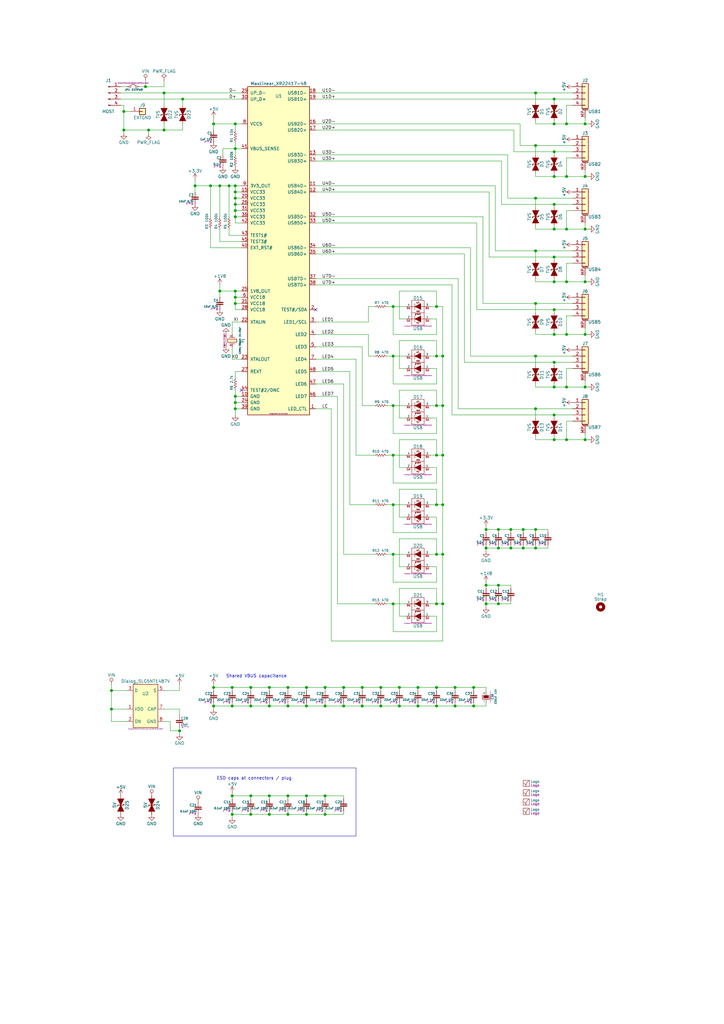
<source format=kicad_sch>
(kicad_sch (version 20220822) (generator eeschema)
  (paper "A3" portrait)
  (title_block (title "StickHub") (company "Stefan Hamminga (https://rbts.co)"))
  (junction (at 240.03 115.57) (diameter 1.016))
  (junction (at 199.39 217.17) (diameter 1.016))
  (junction (at 87.63 50.8) (diameter 1.016))
  (junction (at 194.31 281.94) (diameter 1.016))
  (junction (at 227.33 158.75) (diameter 1.016))
  (junction (at 95.25 334.01) (diameter 1.016))
  (junction (at 96.52 83.82) (diameter 1.016))
  (junction (at 179.07 166.37) (diameter 1.016))
  (junction (at 90.17 119.38) (diameter 1.016))
  (junction (at 179.07 125.73) (diameter 1.016))
  (junction (at 110.49 334.01) (diameter 1.016))
  (junction (at 93.98 76.2) (diameter 1.016))
  (junction (at 133.35 281.94) (diameter 1.016))
  (junction (at 181.61 247.65) (diameter 1.016))
  (junction (at 96.52 124.46) (diameter 1.016))
  (junction (at 156.21 289.56) (diameter 1.016))
  (junction (at 227.33 50.8) (diameter 1.016))
  (junction (at 219.71 38.1) (diameter 1.016))
  (junction (at 219.71 167.64) (diameter 1.016))
  (junction (at 87.63 281.94) (diameter 1.016))
  (junction (at 204.47 224.79) (diameter 1.016))
  (junction (at 59.69 35.56) (diameter 1.016))
  (junction (at 161.29 186.69) (diameter 1.016))
  (junction (at 227.33 170.18) (diameter 1.016))
  (junction (at 179.07 186.69) (diameter 1.016))
  (junction (at 163.83 281.94) (diameter 1.016))
  (junction (at 95.25 281.94) (diameter 1.016))
  (junction (at 219.71 146.05) (diameter 1.016))
  (junction (at 240.03 158.75) (diameter 1.016))
  (junction (at 181.61 227.33) (diameter 1.016))
  (junction (at 181.61 186.69) (diameter 1.016))
  (junction (at 96.52 88.9) (diameter 1.016))
  (junction (at 125.73 281.94) (diameter 1.016))
  (junction (at 73.66 299.72) (diameter 1.016))
  (junction (at 240.03 72.39) (diameter 1.016))
  (junction (at 171.45 289.56) (diameter 1.016))
  (junction (at 96.52 167.64) (diameter 1.016))
  (junction (at 161.29 247.65) (diameter 1.016))
  (junction (at 219.71 102.87) (diameter 1.016))
  (junction (at 96.52 165.1) (diameter 1.016))
  (junction (at 186.69 281.94) (diameter 1.016))
  (junction (at 95.25 326.39) (diameter 1.016))
  (junction (at 227.33 148.59) (diameter 1.016))
  (junction (at 227.33 180.34) (diameter 1.016))
  (junction (at 219.71 217.17) (diameter 1.016))
  (junction (at 227.33 62.23) (diameter 1.016))
  (junction (at 199.39 240.03) (diameter 1.016))
  (junction (at 50.8 45.72) (diameter 1.016))
  (junction (at 219.71 224.79) (diameter 1.016))
  (junction (at 227.33 93.98) (diameter 1.016))
  (junction (at 227.33 115.57) (diameter 1.016))
  (junction (at 118.11 334.01) (diameter 1.016))
  (junction (at 50.8 53.34) (diameter 1.016))
  (junction (at 163.83 289.56) (diameter 1.016))
  (junction (at 209.55 217.17) (diameter 1.016))
  (junction (at 96.52 76.2) (diameter 1.016))
  (junction (at 96.52 162.56) (diameter 1.016))
  (junction (at 102.87 334.01) (diameter 1.016))
  (junction (at 219.71 81.28) (diameter 1.016))
  (junction (at 74.93 40.64) (diameter 1.016))
  (junction (at 96.52 60.96) (diameter 1.016))
  (junction (at 118.11 289.56) (diameter 1.016))
  (junction (at 227.33 137.16) (diameter 1.016))
  (junction (at 60.96 53.34) (diameter 1.016))
  (junction (at 219.71 59.69) (diameter 1.016))
  (junction (at 161.29 227.33) (diameter 1.016))
  (junction (at 204.47 247.65) (diameter 1.016))
  (junction (at 156.21 281.94) (diameter 1.016))
  (junction (at 199.39 224.79) (diameter 1.016))
  (junction (at 45.72 283.21) (diameter 1.016))
  (junction (at 161.29 125.73) (diameter 1.016))
  (junction (at 110.49 281.94) (diameter 1.016))
  (junction (at 110.49 326.39) (diameter 1.016))
  (junction (at 102.87 289.56) (diameter 1.016))
  (junction (at 133.35 289.56) (diameter 1.016))
  (junction (at 214.63 217.17) (diameter 1.016))
  (junction (at 133.35 334.01) (diameter 1.016))
  (junction (at 95.25 289.56) (diameter 1.016))
  (junction (at 45.72 290.83) (diameter 1.016))
  (junction (at 96.52 86.36) (diameter 1.016))
  (junction (at 240.03 50.8) (diameter 1.016))
  (junction (at 199.39 247.65) (diameter 1.016))
  (junction (at 232.41 72.39) (diameter 1.016))
  (junction (at 181.61 207.01) (diameter 1.016))
  (junction (at 161.29 207.01) (diameter 1.016))
  (junction (at 80.01 76.2) (diameter 1.016))
  (junction (at 161.29 166.37) (diameter 1.016))
  (junction (at 240.03 93.98) (diameter 1.016))
  (junction (at 227.33 105.41) (diameter 1.016))
  (junction (at 194.31 289.56) (diameter 1.016))
  (junction (at 102.87 326.39) (diameter 1.016))
  (junction (at 96.52 50.8) (diameter 1.016))
  (junction (at 125.73 326.39) (diameter 1.016))
  (junction (at 232.41 50.8) (diameter 1.016))
  (junction (at 96.52 81.28) (diameter 1.016))
  (junction (at 227.33 72.39) (diameter 1.016))
  (junction (at 214.63 224.79) (diameter 1.016))
  (junction (at 204.47 217.17) (diameter 1.016))
  (junction (at 148.59 281.94) (diameter 1.016))
  (junction (at 110.49 289.56) (diameter 1.016))
  (junction (at 148.59 289.56) (diameter 1.016))
  (junction (at 87.63 289.56) (diameter 1.016))
  (junction (at 179.07 146.05) (diameter 1.016))
  (junction (at 232.41 93.98) (diameter 1.016))
  (junction (at 67.31 38.1) (diameter 1.016))
  (junction (at 181.61 166.37) (diameter 1.016))
  (junction (at 181.61 146.05) (diameter 1.016))
  (junction (at 125.73 289.56) (diameter 1.016))
  (junction (at 219.71 124.46) (diameter 1.016))
  (junction (at 232.41 158.75) (diameter 1.016))
  (junction (at 204.47 240.03) (diameter 1.016))
  (junction (at 232.41 180.34) (diameter 1.016))
  (junction (at 118.11 326.39) (diameter 1.016))
  (junction (at 118.11 281.94) (diameter 1.016))
  (junction (at 179.07 281.94) (diameter 1.016))
  (junction (at 96.52 78.74) (diameter 1.016))
  (junction (at 186.69 289.56) (diameter 1.016))
  (junction (at 227.33 40.64) (diameter 1.016))
  (junction (at 240.03 137.16) (diameter 1.016))
  (junction (at 67.31 53.34) (diameter 1.016))
  (junction (at 179.07 227.33) (diameter 1.016))
  (junction (at 96.52 119.38) (diameter 1.016))
  (junction (at 179.07 207.01) (diameter 1.016))
  (junction (at 227.33 127) (diameter 1.016))
  (junction (at 179.07 247.65) (diameter 1.016))
  (junction (at 161.29 146.05) (diameter 1.016))
  (junction (at 140.97 289.56) (diameter 1.016))
  (junction (at 140.97 281.94) (diameter 1.016))
  (junction (at 227.33 83.82) (diameter 1.016))
  (junction (at 125.73 334.01) (diameter 1.016))
  (junction (at 86.36 76.2) (diameter 1.016))
  (junction (at 133.35 326.39) (diameter 1.016))
  (junction (at 240.03 180.34) (diameter 1.016))
  (junction (at 179.07 289.56) (diameter 1.016))
  (junction (at 209.55 224.79) (diameter 1.016))
  (junction (at 96.52 121.92) (diameter 1.016))
  (junction (at 232.41 115.57) (diameter 1.016))
  (junction (at 90.17 76.2) (diameter 1.016))
  (junction (at 232.41 137.16) (diameter 1.016))
  (junction (at 102.87 281.94) (diameter 1.016))
  (junction (at 171.45 281.94) (diameter 1.016))
  (no_connect (at 99.06 160.02))
  (no_connect (at 129.54 127))
  (wire (pts (xy 240.03 158.75) (xy 241.3 158.75)))
  (wire (pts (xy 95.25 332.74) (xy 95.25 334.01)))
  (wire (pts (xy 179.07 146.05) (xy 176.53 146.05)))
  (wire (pts (xy 102.87 288.29) (xy 102.87 289.56)))
  (wire (pts (xy 219.71 167.64) (xy 219.71 171.45)))
  (wire (pts (xy 179.07 191.77) (xy 179.07 198.12)))
  (wire (pts (xy 204.47 223.52) (xy 204.47 224.79)))
  (wire (pts (xy 110.49 334.01) (xy 118.11 334.01)))
  (wire (pts (xy 166.37 171.45) (xy 163.83 171.45)))
  (wire (pts (xy 181.61 247.65) (xy 179.07 247.65)))
  (wire (pts (xy 179.07 252.73) (xy 179.07 259.08)))
  (wire (pts (xy 219.71 124.46) (xy 219.71 128.27)))
  (wire (pts (xy 96.52 91.44) (xy 99.06 91.44)))
  (wire (pts (xy 179.07 125.73) (xy 176.53 125.73)))
  (wire (pts (xy 204.47 217.17) (xy 204.47 218.44)))
  (wire (pts (xy 176.53 171.45) (xy 179.07 171.45)))
  (wire (pts (xy 73.66 298.45) (xy 73.66 299.72)))
  (wire (pts (xy 195.58 127) (xy 227.33 127)))
  (wire (pts (xy 219.71 81.28) (xy 219.71 85.09)))
  (wire (pts (xy 158.75 207.01) (xy 161.29 207.01)))
  (wire (pts (xy 194.31 281.94) (xy 194.31 283.21)))
  (wire (pts (xy 198.12 88.9) (xy 198.12 124.46)))
  (wire (pts (xy 232.41 115.57) (xy 240.03 115.57)))
  (wire (pts (xy 219.71 102.87) (xy 234.95 102.87)))
  (wire (pts (xy 219.71 49.53) (xy 219.71 50.8)))
  (wire (pts (xy 214.63 224.79) (xy 219.71 224.79)))
  (wire (pts (xy 161.29 227.33) (xy 166.37 227.33)))
  (wire (pts (xy 158.75 125.73) (xy 161.29 125.73)))
  (wire (pts (xy 102.87 326.39) (xy 102.87 327.66)))
  (wire (pts (xy 227.33 137.16) (xy 232.41 137.16)))
  (wire (pts (xy 179.07 241.3) (xy 179.07 247.65)))
  (wire (pts (xy 219.71 224.79) (xy 224.79 224.79)))
  (wire (pts (xy 86.36 101.6) (xy 99.06 101.6)))
  (wire (pts (xy 91.44 60.96) (xy 91.44 63.5)))
  (wire (pts (xy 49.53 38.1) (xy 67.31 38.1)))
  (wire (pts (xy 140.97 334.01) (xy 140.97 332.74)))
  (wire (pts (xy 227.33 40.64) (xy 227.33 41.91)))
  (wire (pts (xy 133.35 326.39) (xy 133.35 327.66)))
  (wire (pts (xy 45.72 283.21) (xy 45.72 290.83)))
  (wire (pts (xy 181.61 262.89) (xy 135.89 262.89)))
  (wire (pts (xy 199.39 240.03) (xy 204.47 240.03)))
  (wire (pts (xy 161.29 247.65) (xy 166.37 247.65)))
  (wire (pts (xy 234.95 86.36) (xy 232.41 86.36)))
  (wire (pts (xy 73.66 299.72) (xy 73.66 300.99)))
  (wire (pts (xy 227.33 83.82) (xy 234.95 83.82)))
  (wire (pts (xy 125.73 289.56) (xy 125.73 288.29)))
  (wire (pts (xy 186.69 281.94) (xy 186.69 283.21)))
  (wire (pts (xy 158.75 166.37) (xy 161.29 166.37)))
  (wire (pts (xy 110.49 281.94) (xy 118.11 281.94)))
  (wire (pts (xy 234.95 107.95) (xy 232.41 107.95)))
  (wire (pts (xy 90.17 119.38) (xy 90.17 121.92)))
  (wire (pts (xy 99.06 99.06) (xy 90.17 99.06)))
  (wire (pts (xy 90.17 116.84) (xy 90.17 119.38)))
  (wire (pts (xy 234.95 172.72) (xy 232.41 172.72)))
  (wire (pts (xy 49.53 40.64) (xy 74.93 40.64)))
  (wire (pts (xy 209.55 247.65) (xy 209.55 246.38)))
  (wire (pts (xy 99.06 152.4) (xy 96.52 152.4)))
  (wire (pts (xy 204.47 246.38) (xy 204.47 247.65)))
  (wire (pts (xy 102.87 289.56) (xy 110.49 289.56)))
  (wire (pts (xy 50.8 43.18) (xy 50.8 45.72)))
  (wire (pts (xy 199.39 217.17) (xy 199.39 218.44)))
  (wire (pts (xy 204.47 247.65) (xy 209.55 247.65)))
  (wire (pts (xy 179.07 281.94) (xy 179.07 283.21)))
  (wire (pts (xy 125.73 326.39) (xy 125.73 327.66)))
  (wire (pts (xy 93.98 93.98) (xy 93.98 96.52)))
  (wire (pts (xy 148.59 281.94) (xy 156.21 281.94)))
  (wire (pts (xy 199.39 281.94) (xy 199.39 283.21)))
  (wire (pts (xy 118.11 332.74) (xy 118.11 334.01)))
  (wire (pts (xy 227.33 170.18) (xy 234.95 170.18)))
  (wire (pts (xy 96.52 124.46) (xy 99.06 124.46)))
  (wire (pts (xy 203.2 102.87) (xy 219.71 102.87)))
  (wire (pts (xy 125.73 326.39) (xy 133.35 326.39)))
  (wire (pts (xy 93.98 96.52) (xy 99.06 96.52)))
  (wire (pts (xy 129.54 104.14) (xy 190.5 104.14)))
  (wire (pts (xy 224.79 217.17) (xy 219.71 217.17)))
  (wire (pts (xy 118.11 281.94) (xy 125.73 281.94)))
  (wire (pts (xy 163.83 281.94) (xy 171.45 281.94)))
  (wire (pts (xy 234.95 64.77) (xy 232.41 64.77)))
  (wire (pts (xy 232.41 93.98) (xy 240.03 93.98)))
  (wire (pts (xy 219.71 72.39) (xy 227.33 72.39)))
  (wire (pts (xy 210.82 53.34) (xy 210.82 62.23)))
  (wire (pts (xy 186.69 289.56) (xy 186.69 288.29)))
  (wire (pts (xy 213.36 50.8) (xy 213.36 59.69)))
  (wire (pts (xy 179.07 139.7) (xy 179.07 146.05)))
  (wire (pts (xy 163.83 130.81) (xy 163.83 119.38)))
  (wire (pts (xy 161.29 166.37) (xy 166.37 166.37)))
  (wire (pts (xy 60.96 53.34) (xy 60.96 54.61)))
  (wire (pts (xy 87.63 289.56) (xy 87.63 290.83)))
  (wire (pts (xy 158.75 247.65) (xy 161.29 247.65)))
  (wire (pts (xy 129.54 132.08) (xy 151.13 132.08)))
  (wire (pts (xy 193.04 101.6) (xy 193.04 146.05)))
  (wire (pts (xy 193.04 146.05) (xy 219.71 146.05)))
  (wire (pts (xy 67.31 290.83) (xy 73.66 290.83)))
  (wire (pts (xy 102.87 334.01) (xy 110.49 334.01)))
  (wire (pts (xy 80.01 76.2) (xy 86.36 76.2)))
  (wire (pts (xy 96.52 86.36) (xy 96.52 88.9)))
  (wire (pts (xy 133.35 288.29) (xy 133.35 289.56)))
  (wire (pts (xy 181.61 227.33) (xy 181.61 247.65)))
  (wire (pts (xy 87.63 48.26) (xy 87.63 50.8)))
  (wire (pts (xy 158.75 186.69) (xy 161.29 186.69)))
  (wire (pts (xy 140.97 289.56) (xy 140.97 288.29)))
  (wire (pts (xy 125.73 281.94) (xy 125.73 283.21)))
  (wire (pts (xy 194.31 289.56) (xy 194.31 288.29)))
  (wire (pts (xy 232.41 172.72) (xy 232.41 180.34)))
  (wire (pts (xy 181.61 125.73) (xy 181.61 146.05)))
  (wire (pts (xy 96.52 88.9) (xy 96.52 91.44)))
  (wire (pts (xy 232.41 64.77) (xy 232.41 72.39)))
  (wire (pts (xy 163.83 180.34) (xy 179.07 180.34)))
  (wire (pts (xy 232.41 137.16) (xy 240.03 137.16)))
  (polyline (pts (xy 146.05 342.9) (xy 71.12 342.9)) (stroke (width 0) (type solid)))
  (wire (pts (xy 227.33 127) (xy 227.33 128.27)))
  (wire (pts (xy 45.72 290.83) (xy 52.07 290.83)))
  (wire (pts (xy 148.59 289.56) (xy 156.21 289.56)))
  (wire (pts (xy 67.31 38.1) (xy 99.06 38.1)))
  (wire (pts (xy 199.39 247.65) (xy 199.39 248.92)))
  (wire (pts (xy 179.07 281.94) (xy 186.69 281.94)))
  (wire (pts (xy 74.93 40.64) (xy 74.93 43.18)))
  (wire (pts (xy 232.41 50.8) (xy 240.03 50.8)))
  (wire (pts (xy 129.54 116.84) (xy 185.42 116.84)))
  (wire (pts (xy 95.25 326.39) (xy 95.25 327.66)))
  (wire (pts (xy 199.39 240.03) (xy 199.39 241.3)))
  (wire (pts (xy 227.33 148.59) (xy 227.33 149.86)))
  (wire (pts (xy 204.47 224.79) (xy 209.55 224.79)))
  (wire (pts (xy 161.29 207.01) (xy 166.37 207.01)))
  (wire (pts (xy 227.33 83.82) (xy 227.33 85.09)))
  (wire (pts (xy 219.71 217.17) (xy 219.71 218.44)))
  (wire (pts (xy 204.47 240.03) (xy 209.55 240.03)))
  (wire (pts (xy 95.25 325.12) (xy 95.25 326.39)))
  (wire (pts (xy 219.71 124.46) (xy 234.95 124.46)))
  (wire (pts (xy 143.51 152.4) (xy 143.51 207.01)))
  (wire (pts (xy 129.54 137.16) (xy 151.13 137.16)))
  (wire (pts (xy 163.83 220.98) (xy 179.07 220.98)))
  (wire (pts (xy 227.33 170.18) (xy 227.33 171.45)))
  (wire (pts (xy 129.54 76.2) (xy 203.2 76.2)))
  (wire (pts (xy 199.39 247.65) (xy 204.47 247.65)))
  (wire (pts (xy 227.33 62.23) (xy 234.95 62.23)))
  (wire (pts (xy 176.53 151.13) (xy 179.07 151.13)))
  (wire (pts (xy 140.97 227.33) (xy 153.67 227.33)))
  (wire (pts (xy 209.55 217.17) (xy 204.47 217.17)))
  (wire (pts (xy 125.73 334.01) (xy 133.35 334.01)))
  (wire (pts (xy 69.85 295.91) (xy 69.85 299.72)))
  (wire (pts (xy 166.37 232.41) (xy 163.83 232.41)))
  (wire (pts (xy 96.52 162.56) (xy 96.52 165.1)))
  (wire (pts (xy 199.39 223.52) (xy 199.39 224.79)))
  (wire (pts (xy 240.03 93.98) (xy 240.03 91.44)))
  (wire (pts (xy 163.83 289.56) (xy 171.45 289.56)))
  (wire (pts (xy 219.71 59.69) (xy 234.95 59.69)))
  (polyline (pts (xy 71.12 314.96) (xy 146.05 314.96)) (stroke (width 0) (type solid)))
  (wire (pts (xy 95.25 288.29) (xy 95.25 289.56)))
  (wire (pts (xy 45.72 280.67) (xy 45.72 283.21)))
  (wire (pts (xy 87.63 289.56) (xy 95.25 289.56)))
  (wire (pts (xy 176.53 130.81) (xy 179.07 130.81)))
  (wire (pts (xy 96.52 124.46) (xy 96.52 121.92)))
  (wire (pts (xy 179.07 238.76) (xy 161.29 238.76)))
  (wire (pts (xy 140.97 281.94) (xy 140.97 283.21)))
  (wire (pts (xy 227.33 114.3) (xy 227.33 115.57)))
  (wire (pts (xy 96.52 83.82) (xy 99.06 83.82)))
  (wire (pts (xy 96.52 167.64) (xy 96.52 170.18)))
  (wire (pts (xy 95.25 137.16) (xy 95.25 132.08)))
  (wire (pts (xy 69.85 299.72) (xy 73.66 299.72)))
  (wire (pts (xy 214.63 217.17) (xy 209.55 217.17)))
  (wire (pts (xy 181.61 186.69) (xy 181.61 207.01)))
  (wire (pts (xy 227.33 157.48) (xy 227.33 158.75)))
  (wire (pts (xy 166.37 130.81) (xy 163.83 130.81)))
  (wire (pts (xy 129.54 53.34) (xy 210.82 53.34)))
  (wire (pts (xy 161.29 198.12) (xy 161.29 186.69)))
  (wire (pts (xy 125.73 289.56) (xy 133.35 289.56)))
  (wire (pts (xy 219.71 146.05) (xy 234.95 146.05)))
  (wire (pts (xy 110.49 326.39) (xy 118.11 326.39)))
  (wire (pts (xy 67.31 38.1) (xy 67.31 43.18)))
  (wire (pts (xy 219.71 157.48) (xy 219.71 158.75)))
  (wire (pts (xy 138.43 247.65) (xy 153.67 247.65)))
  (wire (pts (xy 181.61 146.05) (xy 181.61 166.37)))
  (wire (pts (xy 176.53 191.77) (xy 179.07 191.77)))
  (wire (pts (xy 96.52 76.2) (xy 99.06 76.2)))
  (wire (pts (xy 219.71 223.52) (xy 219.71 224.79)))
  (wire (pts (xy 146.05 147.32) (xy 146.05 186.69)))
  (wire (pts (xy 99.06 127) (xy 96.52 127)))
  (wire (pts (xy 179.07 146.05) (xy 181.61 146.05)))
  (wire (pts (xy 129.54 88.9) (xy 198.12 88.9)))
  (wire (pts (xy 240.03 72.39) (xy 240.03 69.85)))
  (wire (pts (xy 199.39 224.79) (xy 199.39 226.06)))
  (wire (pts (xy 151.13 125.73) (xy 151.13 132.08)))
  (wire (pts (xy 179.07 151.13) (xy 179.07 157.48)))
  (wire (pts (xy 67.31 33.02) (xy 67.31 35.56)))
  (wire (pts (xy 67.31 35.56) (xy 59.69 35.56)))
  (wire (pts (xy 199.39 288.29) (xy 199.39 289.56)))
  (wire (pts (xy 194.31 281.94) (xy 199.39 281.94)))
  (wire (pts (xy 96.52 60.96) (xy 96.52 63.5)))
  (wire (pts (xy 110.49 332.74) (xy 110.49 334.01)))
  (wire (pts (xy 96.52 165.1) (xy 99.06 165.1)))
  (wire (pts (xy 96.52 83.82) (xy 96.52 86.36)))
  (wire (pts (xy 96.52 121.92) (xy 96.52 119.38)))
  (wire (pts (xy 181.61 207.01) (xy 181.61 227.33)))
  (wire (pts (xy 240.03 115.57) (xy 241.3 115.57)))
  (wire (pts (xy 129.54 152.4) (xy 143.51 152.4)))
  (wire (pts (xy 240.03 50.8) (xy 240.03 48.26)))
  (wire (pts (xy 219.71 114.3) (xy 219.71 115.57)))
  (wire (pts (xy 96.52 121.92) (xy 99.06 121.92)))
  (wire (pts (xy 161.29 146.05) (xy 166.37 146.05)))
  (wire (pts (xy 118.11 334.01) (xy 125.73 334.01)))
  (wire (pts (xy 87.63 50.8) (xy 87.63 53.34)))
  (wire (pts (xy 179.07 166.37) (xy 181.61 166.37)))
  (wire (pts (xy 190.5 148.59) (xy 227.33 148.59)))
  (wire (pts (xy 90.17 76.2) (xy 93.98 76.2)))
  (wire (pts (xy 151.13 146.05) (xy 153.67 146.05)))
  (wire (pts (xy 90.17 88.9) (xy 90.17 76.2)))
  (wire (pts (xy 96.52 119.38) (xy 99.06 119.38)))
  (wire (pts (xy 148.59 288.29) (xy 148.59 289.56)))
  (wire (pts (xy 204.47 240.03) (xy 204.47 241.3)))
  (wire (pts (xy 163.83 151.13) (xy 163.83 139.7)))
  (wire (pts (xy 96.52 152.4) (xy 96.52 154.94)))
  (wire (pts (xy 219.71 92.71) (xy 219.71 93.98)))
  (wire (pts (xy 135.89 262.89) (xy 135.89 167.64)))
  (wire (pts (xy 179.07 207.01) (xy 176.53 207.01)))
  (wire (pts (xy 209.55 223.52) (xy 209.55 224.79)))
  (wire (pts (xy 80.01 76.2) (xy 80.01 78.74)))
  (wire (pts (xy 96.52 60.96) (xy 91.44 60.96)))
  (wire (pts (xy 219.71 115.57) (xy 227.33 115.57)))
  (wire (pts (xy 200.66 78.74) (xy 200.66 105.41)))
  (wire (pts (xy 50.8 53.34) (xy 50.8 54.61)))
  (wire (pts (xy 161.29 177.8) (xy 161.29 166.37)))
  (wire (pts (xy 129.54 78.74) (xy 200.66 78.74)))
  (wire (pts (xy 129.54 162.56) (xy 138.43 162.56)))
  (wire (pts (xy 179.07 220.98) (xy 179.07 227.33)))
  (wire (pts (xy 95.25 147.32) (xy 99.06 147.32)))
  (wire (pts (xy 86.36 88.9) (xy 86.36 76.2)))
  (wire (pts (xy 73.66 290.83) (xy 73.66 293.37)))
  (wire (pts (xy 185.42 116.84) (xy 185.42 170.18)))
  (wire (pts (xy 156.21 281.94) (xy 156.21 283.21)))
  (wire (pts (xy 219.71 179.07) (xy 219.71 180.34)))
  (wire (pts (xy 179.07 157.48) (xy 161.29 157.48)))
  (wire (pts (xy 95.25 142.24) (xy 95.25 147.32)))
  (wire (pts (xy 125.73 332.74) (xy 125.73 334.01)))
  (wire (pts (xy 129.54 63.5) (xy 208.28 63.5)))
  (wire (pts (xy 125.73 281.94) (xy 133.35 281.94)))
  (wire (pts (xy 227.33 179.07) (xy 227.33 180.34)))
  (wire (pts (xy 96.52 160.02) (xy 96.52 162.56)))
  (wire (pts (xy 214.63 217.17) (xy 214.63 218.44)))
  (wire (pts (xy 234.95 151.13) (xy 232.41 151.13)))
  (wire (pts (xy 59.69 35.56) (xy 59.69 33.02)))
  (wire (pts (xy 129.54 50.8) (xy 213.36 50.8)))
  (wire (pts (xy 129.54 114.3) (xy 187.96 114.3)))
  (wire (pts (xy 208.28 63.5) (xy 208.28 81.28)))
  (wire (pts (xy 87.63 280.67) (xy 87.63 281.94)))
  (wire (pts (xy 90.17 99.06) (xy 90.17 93.98)))
  (wire (pts (xy 179.07 198.12) (xy 161.29 198.12)))
  (wire (pts (xy 219.71 217.17) (xy 214.63 217.17)))
  (wire (pts (xy 179.07 207.01) (xy 181.61 207.01)))
  (wire (pts (xy 219.71 102.87) (xy 219.71 106.68)))
  (wire (pts (xy 227.33 127) (xy 234.95 127)))
  (wire (pts (xy 195.58 91.44) (xy 195.58 127)))
  (wire (pts (xy 95.25 334.01) (xy 95.25 335.28)))
  (wire (pts (xy 227.33 93.98) (xy 232.41 93.98)))
  (wire (pts (xy 153.67 125.73) (xy 151.13 125.73)))
  (wire (pts (xy 140.97 326.39) (xy 140.97 327.66)))
  (wire (pts (xy 186.69 281.94) (xy 194.31 281.94)))
  (wire (pts (xy 96.52 50.8) (xy 99.06 50.8)))
  (wire (pts (xy 133.35 334.01) (xy 140.97 334.01)))
  (wire (pts (xy 240.03 137.16) (xy 240.03 134.62)))
  (wire (pts (xy 133.35 281.94) (xy 140.97 281.94)))
  (wire (pts (xy 86.36 76.2) (xy 90.17 76.2)))
  (wire (pts (xy 95.25 289.56) (xy 102.87 289.56)))
  (wire (pts (xy 143.51 207.01) (xy 153.67 207.01)))
  (wire (pts (xy 102.87 281.94) (xy 110.49 281.94)))
  (wire (pts (xy 186.69 289.56) (xy 194.31 289.56)))
  (wire (pts (xy 129.54 40.64) (xy 227.33 40.64)))
  (wire (pts (xy 163.83 160.02) (xy 179.07 160.02)))
  (wire (pts (xy 110.49 288.29) (xy 110.49 289.56)))
  (wire (pts (xy 219.71 180.34) (xy 227.33 180.34)))
  (wire (pts (xy 45.72 283.21) (xy 52.07 283.21)))
  (wire (pts (xy 67.31 53.34) (xy 74.93 53.34)))
  (wire (pts (xy 219.71 50.8) (xy 227.33 50.8)))
  (wire (pts (xy 219.71 59.69) (xy 219.71 63.5)))
  (wire (pts (xy 227.33 115.57) (xy 232.41 115.57)))
  (wire (pts (xy 227.33 50.8) (xy 232.41 50.8)))
  (wire (pts (xy 240.03 180.34) (xy 241.3 180.34)))
  (wire (pts (xy 219.71 81.28) (xy 234.95 81.28)))
  (wire (pts (xy 96.52 81.28) (xy 96.52 83.82)))
  (wire (pts (xy 96.52 127) (xy 96.52 124.46)))
  (wire (pts (xy 140.97 281.94) (xy 148.59 281.94)))
  (wire (pts (xy 227.33 180.34) (xy 232.41 180.34)))
  (wire (pts (xy 87.63 281.94) (xy 87.63 283.21)))
  (wire (pts (xy 133.35 289.56) (xy 140.97 289.56)))
  (wire (pts (xy 227.33 49.53) (xy 227.33 50.8)))
  (wire (pts (xy 179.07 166.37) (xy 176.53 166.37)))
  (wire (pts (xy 161.29 238.76) (xy 161.29 227.33)))
  (wire (pts (xy 133.35 326.39) (xy 140.97 326.39)))
  (wire (pts (xy 52.07 295.91) (xy 45.72 295.91)))
  (wire (pts (xy 158.75 146.05) (xy 161.29 146.05)))
  (wire (pts (xy 86.36 101.6) (xy 86.36 93.98)))
  (wire (pts (xy 45.72 295.91) (xy 45.72 290.83)))
  (wire (pts (xy 234.95 43.18) (xy 232.41 43.18)))
  (wire (pts (xy 133.35 332.74) (xy 133.35 334.01)))
  (wire (pts (xy 179.07 186.69) (xy 176.53 186.69)))
  (wire (pts (xy 163.83 171.45) (xy 163.83 160.02)))
  (wire (pts (xy 232.41 107.95) (xy 232.41 115.57)))
  (wire (pts (xy 227.33 40.64) (xy 234.95 40.64)))
  (wire (pts (xy 96.52 78.74) (xy 96.52 76.2)))
  (wire (pts (xy 96.52 81.28) (xy 99.06 81.28)))
  (wire (pts (xy 232.41 151.13) (xy 232.41 158.75)))
  (wire (pts (xy 135.89 167.64) (xy 129.54 167.64)))
  (wire (pts (xy 163.83 252.73) (xy 163.83 241.3)))
  (wire (pts (xy 99.06 78.74) (xy 96.52 78.74)))
  (wire (pts (xy 179.07 137.16) (xy 161.29 137.16)))
  (wire (pts (xy 240.03 180.34) (xy 240.03 177.8)))
  (wire (pts (xy 96.52 88.9) (xy 99.06 88.9)))
  (wire (pts (xy 199.39 246.38) (xy 199.39 247.65)))
  (wire (pts (xy 171.45 281.94) (xy 179.07 281.94)))
  (wire (pts (xy 138.43 162.56) (xy 138.43 247.65)))
  (wire (pts (xy 163.83 212.09) (xy 163.83 200.66)))
  (wire (pts (xy 232.41 158.75) (xy 240.03 158.75)))
  (wire (pts (xy 118.11 326.39) (xy 118.11 327.66)))
  (wire (pts (xy 99.06 60.96) (xy 96.52 60.96)))
  (wire (pts (xy 50.8 45.72) (xy 50.8 53.34)))
  (wire (pts (xy 179.07 125.73) (xy 181.61 125.73)))
  (wire (pts (xy 161.29 125.73) (xy 166.37 125.73)))
  (wire (pts (xy 179.07 289.56) (xy 171.45 289.56)))
  (wire (pts (xy 171.45 289.56) (xy 171.45 288.29)))
  (wire (pts (xy 179.07 180.34) (xy 179.07 186.69)))
  (wire (pts (xy 163.83 200.66) (xy 179.07 200.66)))
  (polyline (pts (xy 146.05 314.96) (xy 146.05 342.9)) (stroke (width 0) (type solid)))
  (wire (pts (xy 209.55 217.17) (xy 209.55 218.44)))
  (wire (pts (xy 50.8 45.72) (xy 53.34 45.72)))
  (wire (pts (xy 163.83 281.94) (xy 163.83 283.21)))
  (wire (pts (xy 87.63 288.29) (xy 87.63 289.56)))
  (wire (pts (xy 67.31 295.91) (xy 69.85 295.91)))
  (wire (pts (xy 179.07 186.69) (xy 181.61 186.69)))
  (wire (pts (xy 219.71 38.1) (xy 219.71 41.91)))
  (wire (pts (xy 95.25 326.39) (xy 102.87 326.39)))
  (wire (pts (xy 227.33 135.89) (xy 227.33 137.16)))
  (wire (pts (xy 219.71 135.89) (xy 219.71 137.16)))
  (wire (pts (xy 234.95 129.54) (xy 232.41 129.54)))
  (wire (pts (xy 187.96 167.64) (xy 219.71 167.64)))
  (wire (pts (xy 158.75 227.33) (xy 161.29 227.33)))
  (wire (pts (xy 227.33 105.41) (xy 234.95 105.41)))
  (wire (pts (xy 224.79 224.79) (xy 224.79 223.52)))
  (wire (pts (xy 74.93 40.64) (xy 99.06 40.64)))
  (wire (pts (xy 163.83 289.56) (xy 163.83 288.29)))
  (wire (pts (xy 95.25 334.01) (xy 102.87 334.01)))
  (wire (pts (xy 179.07 227.33) (xy 176.53 227.33)))
  (wire (pts (xy 67.31 283.21) (xy 73.66 283.21)))
  (wire (pts (xy 213.36 59.69) (xy 219.71 59.69)))
  (wire (pts (xy 198.12 124.46) (xy 219.71 124.46)))
  (wire (pts (xy 163.83 139.7) (xy 179.07 139.7)))
  (wire (pts (xy 179.07 288.29) (xy 179.07 289.56)))
  (wire (pts (xy 146.05 186.69) (xy 153.67 186.69)))
  (wire (pts (xy 166.37 191.77) (xy 163.83 191.77)))
  (wire (pts (xy 102.87 332.74) (xy 102.87 334.01)))
  (wire (pts (xy 163.83 232.41) (xy 163.83 220.98)))
  (wire (pts (xy 179.07 289.56) (xy 186.69 289.56)))
  (wire (pts (xy 205.74 83.82) (xy 227.33 83.82)))
  (wire (pts (xy 166.37 212.09) (xy 163.83 212.09)))
  (wire (pts (xy 166.37 151.13) (xy 163.83 151.13)))
  (wire (pts (xy 57.15 35.56) (xy 59.69 35.56)))
  (wire (pts (xy 96.52 162.56) (xy 99.06 162.56)))
  (wire (pts (xy 205.74 66.04) (xy 205.74 83.82)))
  (wire (pts (xy 219.71 71.12) (xy 219.71 72.39)))
  (wire (pts (xy 129.54 157.48) (xy 140.97 157.48)))
  (wire (pts (xy 118.11 289.56) (xy 125.73 289.56)))
  (wire (pts (xy 179.07 177.8) (xy 161.29 177.8)))
  (wire (pts (xy 156.21 289.56) (xy 156.21 288.29)))
  (wire (pts (xy 161.29 186.69) (xy 166.37 186.69)))
  (wire (pts (xy 181.61 247.65) (xy 181.61 262.89)))
  (wire (pts (xy 110.49 289.56) (xy 118.11 289.56)))
  (wire (pts (xy 240.03 93.98) (xy 241.3 93.98)))
  (wire (pts (xy 219.71 158.75) (xy 227.33 158.75)))
  (wire (pts (xy 190.5 104.14) (xy 190.5 148.59)))
  (wire (pts (xy 90.17 119.38) (xy 96.52 119.38)))
  (wire (pts (xy 219.71 93.98) (xy 227.33 93.98)))
  (wire (pts (xy 208.28 81.28) (xy 219.71 81.28)))
  (wire (pts (xy 227.33 148.59) (xy 234.95 148.59)))
  (wire (pts (xy 219.71 38.1) (xy 234.95 38.1)))
  (wire (pts (xy 161.29 157.48) (xy 161.29 146.05)))
  (wire (pts (xy 156.21 281.94) (xy 163.83 281.94)))
  (wire (pts (xy 227.33 92.71) (xy 227.33 93.98)))
  (wire (pts (xy 179.07 259.08) (xy 161.29 259.08)))
  (wire (pts (xy 240.03 137.16) (xy 241.3 137.16)))
  (wire (pts (xy 118.11 281.94) (xy 118.11 283.21)))
  (wire (pts (xy 148.59 142.24) (xy 148.59 166.37)))
  (wire (pts (xy 95.25 132.08) (xy 99.06 132.08)))
  (wire (pts (xy 96.52 86.36) (xy 99.06 86.36)))
  (wire (pts (xy 232.41 129.54) (xy 232.41 137.16)))
  (wire (pts (xy 179.07 227.33) (xy 181.61 227.33)))
  (wire (pts (xy 163.83 241.3) (xy 179.07 241.3)))
  (wire (pts (xy 176.53 212.09) (xy 179.07 212.09)))
  (wire (pts (xy 95.25 281.94) (xy 102.87 281.94)))
  (wire (pts (xy 49.53 35.56) (xy 52.07 35.56)))
  (wire (pts (xy 74.93 50.8) (xy 74.93 53.34)))
  (wire (pts (xy 96.52 165.1) (xy 96.52 167.64)))
  (wire (pts (xy 199.39 289.56) (xy 194.31 289.56)))
  (wire (pts (xy 219.71 137.16) (xy 227.33 137.16)))
  (wire (pts (xy 148.59 281.94) (xy 148.59 283.21)))
  (wire (pts (xy 129.54 147.32) (xy 146.05 147.32)))
  (wire (pts (xy 118.11 288.29) (xy 118.11 289.56)))
  (wire (pts (xy 179.07 200.66) (xy 179.07 207.01)))
  (wire (pts (xy 240.03 50.8) (xy 241.3 50.8)))
  (wire (pts (xy 118.11 326.39) (xy 125.73 326.39)))
  (wire (pts (xy 209.55 224.79) (xy 214.63 224.79)))
  (wire (pts (xy 227.33 158.75) (xy 232.41 158.75)))
  (wire (pts (xy 151.13 137.16) (xy 151.13 146.05)))
  (wire (pts (xy 199.39 224.79) (xy 204.47 224.79)))
  (wire (pts (xy 166.37 252.73) (xy 163.83 252.73)))
  (wire (pts (xy 179.07 218.44) (xy 161.29 218.44)))
  (wire (pts (xy 87.63 281.94) (xy 95.25 281.94)))
  (wire (pts (xy 185.42 170.18) (xy 227.33 170.18)))
  (wire (pts (xy 133.35 281.94) (xy 133.35 283.21)))
  (wire (pts (xy 129.54 66.04) (xy 205.74 66.04)))
  (wire (pts (xy 163.83 191.77) (xy 163.83 180.34)))
  (wire (pts (xy 87.63 50.8) (xy 96.52 50.8)))
  (wire (pts (xy 240.03 115.57) (xy 240.03 113.03)))
  (wire (pts (xy 140.97 157.48) (xy 140.97 227.33)))
  (wire (pts (xy 96.52 60.96) (xy 96.52 58.42)))
  (wire (pts (xy 232.41 72.39) (xy 240.03 72.39)))
  (wire (pts (xy 148.59 289.56) (xy 140.97 289.56)))
  (wire (pts (xy 232.41 180.34) (xy 240.03 180.34)))
  (wire (pts (xy 93.98 76.2) (xy 93.98 88.9)))
  (wire (pts (xy 129.54 38.1) (xy 219.71 38.1)))
  (wire (pts (xy 176.53 232.41) (xy 179.07 232.41)))
  (wire (pts (xy 227.33 62.23) (xy 227.33 63.5)))
  (wire (pts (xy 80.01 73.66) (xy 80.01 76.2)))
  (wire (pts (xy 148.59 166.37) (xy 153.67 166.37)))
  (wire (pts (xy 50.8 53.34) (xy 60.96 53.34)))
  (wire (pts (xy 60.96 53.34) (xy 67.31 53.34)))
  (wire (pts (xy 129.54 91.44) (xy 195.58 91.44)))
  (wire (pts (xy 210.82 62.23) (xy 227.33 62.23)))
  (wire (pts (xy 240.03 158.75) (xy 240.03 156.21)))
  (wire (pts (xy 240.03 72.39) (xy 241.3 72.39)))
  (wire (pts (xy 179.07 119.38) (xy 179.07 125.73)))
  (wire (pts (xy 163.83 119.38) (xy 179.07 119.38)))
  (wire (pts (xy 232.41 86.36) (xy 232.41 93.98)))
  (wire (pts (xy 102.87 281.94) (xy 102.87 283.21)))
  (wire (pts (xy 227.33 105.41) (xy 227.33 106.68)))
  (wire (pts (xy 110.49 281.94) (xy 110.49 283.21)))
  (wire (pts (xy 176.53 252.73) (xy 179.07 252.73)))
  (wire (pts (xy 95.25 281.94) (xy 95.25 283.21)))
  (wire (pts (xy 187.96 114.3) (xy 187.96 167.64)))
  (wire (pts (xy 219.71 167.64) (xy 234.95 167.64)))
  (wire (pts (xy 171.45 281.94) (xy 171.45 283.21)))
  (wire (pts (xy 67.31 50.8) (xy 67.31 53.34)))
  (wire (pts (xy 129.54 142.24) (xy 148.59 142.24)))
  (wire (pts (xy 96.52 78.74) (xy 96.52 81.28)))
  (wire (pts (xy 161.29 137.16) (xy 161.29 125.73)))
  (wire (pts (xy 161.29 218.44) (xy 161.29 207.01)))
  (wire (pts (xy 179.07 171.45) (xy 179.07 177.8)))
  (wire (pts (xy 232.41 43.18) (xy 232.41 50.8)))
  (polyline (pts (xy 71.12 314.96) (xy 71.12 342.9)) (stroke (width 0) (type solid)))
  (wire (pts (xy 199.39 215.9) (xy 199.39 217.17)))
  (wire (pts (xy 214.63 223.52) (xy 214.63 224.79)))
  (wire (pts (xy 227.33 72.39) (xy 232.41 72.39)))
  (wire (pts (xy 181.61 166.37) (xy 181.61 186.69)))
  (wire (pts (xy 161.29 259.08) (xy 161.29 247.65)))
  (wire (pts (xy 96.52 53.34) (xy 96.52 50.8)))
  (wire (pts (xy 224.79 218.44) (xy 224.79 217.17)))
  (wire (pts (xy 96.52 167.64) (xy 99.06 167.64)))
  (wire (pts (xy 129.54 101.6) (xy 193.04 101.6)))
  (wire (pts (xy 203.2 76.2) (xy 203.2 102.87)))
  (wire (pts (xy 179.07 212.09) (xy 179.07 218.44)))
  (wire (pts (xy 209.55 240.03) (xy 209.55 241.3)))
  (wire (pts (xy 227.33 71.12) (xy 227.33 72.39)))
  (wire (pts (xy 156.21 289.56) (xy 163.83 289.56)))
  (wire (pts (xy 102.87 326.39) (xy 110.49 326.39)))
  (wire (pts (xy 73.66 283.21) (xy 73.66 280.67)))
  (wire (pts (xy 179.07 232.41) (xy 179.07 238.76)))
  (wire (pts (xy 179.07 160.02) (xy 179.07 166.37)))
  (wire (pts (xy 179.07 130.81) (xy 179.07 137.16)))
  (wire (pts (xy 93.98 76.2) (xy 96.52 76.2)))
  (wire (pts (xy 199.39 238.76) (xy 199.39 240.03)))
  (wire (pts (xy 200.66 105.41) (xy 227.33 105.41)))
  (wire (pts (xy 49.53 43.18) (xy 50.8 43.18)))
  (wire (pts (xy 219.71 146.05) (xy 219.71 149.86)))
  (wire (pts (xy 179.07 247.65) (xy 176.53 247.65)))
  (wire (pts (xy 204.47 217.17) (xy 199.39 217.17)))
  (wire (pts (xy 110.49 326.39) (xy 110.49 327.66)))
  (text "ESD caps at connectors / plug" (at 88.9 320.04 0) (effects (font (size 1.27 1.27)) (justify left bottom)))
  (text "Shared VBUS capacitance" (at 92.71 278.13 0) (effects (font (size 1.27 1.27)) (justify left bottom)))
  (label "LED1" (at 132.08 132.08 0))
  (label "LED5" (at 132.08 152.4 0))
  (label "U1D-" (at 132.08 38.1 0))
  (label "U5D-" (at 132.08 88.9 0))
  (label "U3D-" (at 132.08 63.5 0))
  (label "D-" (at 93.98 38.1 0))
  (label "LED4" (at 132.08 147.32 0))
  (label "U4D-" (at 132.08 76.2 0))
  (label "U4D+" (at 132.08 78.74 0))
  (label "LED3" (at 132.08 142.24 0))
  (label "XI" (at 97.79 132.08 0))
  (label "D+" (at 93.98 40.64 0))
  (label "U1D+" (at 132.08 40.64 0))
  (label "U2D+" (at 132.08 53.34 0))
  (label "U2D-" (at 132.08 50.8 0))
  (label "LED7" (at 132.08 162.56 0))
  (label "LED2" (at 132.08 137.16 0))
  (label "U6D-" (at 132.08 101.6 0))
  (label "U7D-" (at 132.08 114.3 0))
  (label "U7D+" (at 132.08 116.84 0))
  (label "LED6" (at 132.08 157.48 0))
  (label "U3D+" (at 132.08 66.04 0))
  (label "U5D+" (at 132.08 91.44 0))
  (label "LC" (at 132.08 167.64 0))
  (label "XO" (at 97.79 147.32 0))
  (label "U6D+" (at 132.08 104.14 0))
  (symbol (lib_id "RobotProtos:RSMALL") (at 156.21 207.01 270) (unit 1)
    (default_instance (reference "U") (unit 1) (value "") (footprint ""))
    (property "Reference" "R11" (at 155.702 205.486 90) (effects (font (size 0.9906 0.9906)) (justify right)))
    (property "Value" "470" (at 156.464 205.486 90) (effects (font (size 0.991 0.991)) (justify left)))
    (property "Footprint" "Resistor_SMD:1608_C" (effects hide))
    (property "USD_per_1000" "0,024" (effects hide))
    (property "USD_per_1" "0,08" (effects hide))
    (property "MPN" "0402WGF4700TCE" (effects hide))
  )
  (symbol (lib_id "RobotProtos:VIN") (at 45.72 280.67 0) (unit 1)
    (default_instance (reference "U") (unit 1) (value "") (footprint ""))
    (property "Reference" "#PWR036" (effects hide))
    (property "Value" "VIN" (at 45.72 276.86 0))
  )
  (symbol (lib_name "Logo_3") (lib_id "RobotProtos:Logo") (at 215.9 332.74 0) (unit 1)
    (default_instance (reference "U") (unit 1) (value "") (footprint ""))
    (property "Reference" "LOGO4" (effects hide))
    (property "Value" "Logo" (at 217.678 331.978 0) (effects (font (size 0.9906 0.9906)) (justify left)))
    (property "Footprint" "Logo" (at 217.678 333.502 0) (effects (font (size 0.991 0.991)) (justify left)))
    (property "Description" "Not Populated" (effects hide))
  )
  (symbol (lib_id "power:PWR_FLAG") (at 67.31 33.02 0) (unit 1)
    (default_instance (reference "U") (unit 1) (value "") (footprint ""))
    (property "Reference" "#FLG0102" (effects hide))
    (property "Value" "PWR_FLAG" (at 67.31 29.21 0))
  )
  (symbol (lib_id "power:GND") (at 80.01 83.82 0) (unit 1)
    (default_instance (reference "U") (unit 1) (value "") (footprint ""))
    (property "Reference" "#PWR013" (effects hide))
    (property "Value" "GND" (at 80.01 87.63 0))
  )
  (symbol (lib_id "power:GND") (at 241.3 72.39 90) (mirror x) (unit 1)
    (default_instance (reference "U") (unit 1) (value "") (footprint ""))
    (property "Reference" "#PWR010" (effects hide))
    (property "Value" "GND" (at 245.11 72.39 0))
  )
  (symbol (lib_id "RobotProtos:D_TVS_Filled") (at 219.71 175.26 270) (mirror x) (unit 1)
    (default_instance (reference "U") (unit 1) (value "") (footprint ""))
    (property "Reference" "D13" (at 222.25 175.26 0))
    (property "Value" "TVS" (at 217.17 175.26 0))
    (property "Footprint" "Diode_SMD:1006_C" (effects hide))
    (property "MPN" "AR0521P1" (effects hide))
    (property "Description" "0.5pF 3.3V" (effects hide))
  )
  (symbol (lib_id "power:+1V8") (at 90.17 116.84 0) (unit 1)
    (default_instance (reference "U") (unit 1) (value "") (footprint ""))
    (property "Reference" "#PWR017" (effects hide))
    (property "Value" "+1V8" (at 90.17 113.284 0))
  )
  (symbol (lib_id "RobotProtos:Conn_01x01") (at 58.42 45.72 0) (unit 1)
    (default_instance (reference "U") (unit 1) (value "") (footprint ""))
    (property "Reference" "J9" (at 58.42 43.18 0))
    (property "Value" "EXTGND" (at 58.42 48.26 0))
    (property "Footprint" "SH_Solder_Pads:1P-1.5x1.5" (effects hide))
    (property "Description" "Not Populated" (effects hide))
  )
  (symbol (lib_id "RobotProtos:Csmall") (at 118.11 330.2 0) (mirror y) (unit 1)
    (default_instance (reference "U") (unit 1) (value "") (footprint ""))
    (property "Reference" "C17" (at 117.602 328.93 0) (effects (font (size 0.9906 0.9906)) (justify left)))
    (property "Value" "0.1uF 100V" (at 117.602 331.47 0) (effects (font (size 0.787 0.787)) (justify left)))
    (property "Footprint" "Capacitor_SMD:1608_C" (effects hide))
    (property "Voltage" "16V" (at 117.348 332.232 0) (effects (font (size 0.254 0.254) bold) (justify left)))
    (property "Tolerance" "10%" (at 115.824 332.232 0) (effects (font (size 0.254 0.254))))
    (property "Package" "1608" (at 117.348 332.74 0) (effects (font (size 0.2032 0.2032) bold) (justify left)))
    (property "Footprint_Density" "C" (at 114.554 332.74 0) (effects (font (size 0.254 0.254) bold)))
    (property "Dielectric" "X7R" (at 114.808 332.232 0) (effects (font (size 0.254 0.254))))
    (property "Footprint_Library" "Capacitor_SMD" (effects hide))
    (property "Spice_Primitive" "C" (effects hide))
    (property "Spice_Model" "100n" (effects hide))
    (property "Spice_Netlist_Enabled" "Y" (effects hide))
    (property "MPN" "NM0805B104K101CEDN" (effects hide))
  )
  (symbol (lib_id "RobotProtos:D_TVS_Filled") (at 219.71 132.08 270) (mirror x) (unit 1)
    (default_instance (reference "U") (unit 1) (value "") (footprint ""))
    (property "Reference" "D9" (at 222.25 132.08 0))
    (property "Value" "TVS" (at 217.17 132.08 0))
    (property "Footprint" "Diode_SMD:1006_C" (effects hide))
    (property "MPN" "AR0521P1" (effects hide))
    (property "Description" "0.5pF 3.3V" (effects hide))
  )
  (symbol (lib_id "RobotProtos:Csmall") (at 199.39 243.84 0) (mirror y) (unit 1)
    (default_instance (reference "U") (unit 1) (value "") (footprint ""))
    (property "Reference" "C11" (at 198.882 242.57 0) (effects (font (size 0.9906 0.9906)) (justify left)))
    (property "Value" "0.1uF" (at 198.882 245.11 0) (effects (font (size 0.787 0.787)) (justify left)))
    (property "Footprint" "Capacitor_SMD:1608_C" (effects hide))
    (property "Voltage" "16V" (at 198.628 245.872 0) (effects (font (size 0.254 0.254) bold) (justify left)))
    (property "Tolerance" "10%" (at 197.104 245.872 0) (effects (font (size 0.254 0.254))))
    (property "Package" "1608" (at 198.628 246.38 0) (effects (font (size 0.2032 0.2032) bold) (justify left)))
    (property "Footprint_Density" "C" (at 195.834 246.38 0) (effects (font (size 0.254 0.254) bold)))
    (property "Dielectric" "X7R" (at 196.088 245.872 0) (effects (font (size 0.254 0.254))))
    (property "Footprint_Library" "Capacitor_SMD" (effects hide))
    (property "Spice_Primitive" "C" (effects hide))
    (property "Spice_Model" "100n" (effects hide))
    (property "Spice_Netlist_Enabled" "Y" (effects hide))
    (property "MPN" "CC0402KRX7R7BB104" (effects hide))
  )
  (symbol (lib_id "power:+5V") (at 234.95 165.1 90) (mirror x) (unit 1)
    (default_instance (reference "U") (unit 1) (value "") (footprint ""))
    (property "Reference" "#PWR025" (effects hide))
    (property "Value" "+5V" (at 231.394 165.1 0))
  )
  (symbol (lib_id "RobotProtos:LED_DUAL_red_green") (at 171.45 128.27 0) (unit 1)
    (default_instance (reference "U") (unit 1) (value "") (footprint ""))
    (property "Reference" "D15" (at 171.45 122.174 0))
    (property "Value" "USB" (at 171.45 134.747 0))
    (property "Footprint" "LED_SMD:Duo_LED_1.6x0.8_Kingbright_APHB1608LZGKSURKC" (at 171.45 133.731 0) (effects (font (size 0.254 0.254))))
    (property "MPN" "APHB1608SGEC" (effects hide))
  )
  (symbol (lib_id "power:+5V") (at 49.53 326.39 0) (unit 1)
    (default_instance (reference "U") (unit 1) (value "") (footprint ""))
    (property "Reference" "#PWR040" (effects hide))
    (property "Value" "+5V" (at 49.53 322.834 0))
  )
  (symbol (lib_id "RobotProtos:Crystal_small_4P") (at 95.25 139.7 270) (unit 1)
    (default_instance (reference "U") (unit 1) (value "") (footprint ""))
    (property "Reference" "Y1" (at 99.695 139.7 0) (effects (font (size 0.9906 0.9906))))
    (property "Value" "12MHz 50ppm 16-20pF" (at 98.425 139.7 0) (effects (font (size 0.61 0.61))))
    (property "Footprint" "Crystal:Crystal_4-SMD_2.5x2mm" (at 91.948 139.7 0) (effects (font (size 0.254 0.254))))
    (property "MPN" "CM4012M00020T8188026" (effects hide))
  )
  (symbol (lib_id "power:+5V") (at 234.95 78.74 90) (mirror x) (unit 1)
    (default_instance (reference "U") (unit 1) (value "") (footprint ""))
    (property "Reference" "#PWR012" (effects hide))
    (property "Value" "+5V" (at 231.394 78.74 0))
  )
  (symbol (lib_id "RobotProtos:Csmall") (at 81.28 331.47 0) (mirror y) (unit 1)
    (default_instance (reference "U") (unit 1) (value "") (footprint ""))
    (property "Reference" "C21" (at 80.772 330.2 0) (effects (font (size 0.9906 0.9906)) (justify left)))
    (property "Value" "0.1uF 100V" (at 80.772 332.74 0) (effects (font (size 0.787 0.787)) (justify left)))
    (property "Footprint" "Capacitor_SMD:1608_C" (effects hide))
    (property "Voltage" "16V" (at 80.518 333.502 0) (effects (font (size 0.254 0.254) bold) (justify left)))
    (property "Tolerance" "10%" (at 78.994 333.502 0) (effects (font (size 0.254 0.254))))
    (property "Package" "1608" (at 80.518 334.01 0) (effects (font (size 0.2032 0.2032) bold) (justify left)))
    (property "Footprint_Density" "C" (at 77.724 334.01 0) (effects (font (size 0.254 0.254) bold)))
    (property "Dielectric" "X7R" (at 77.978 333.502 0) (effects (font (size 0.254 0.254))))
    (property "Footprint_Library" "Capacitor_SMD" (effects hide))
    (property "Spice_Primitive" "C" (effects hide))
    (property "Spice_Model" "100n" (effects hide))
    (property "Spice_Netlist_Enabled" "Y" (effects hide))
    (property "MPN" "NM0805B104K101CEDN" (effects hide))
  )
  (symbol (lib_id "power:GND") (at 199.39 226.06 0) (unit 1)
    (default_instance (reference "U") (unit 1) (value "") (footprint ""))
    (property "Reference" "#PWR029" (effects hide))
    (property "Value" "GND" (at 199.39 229.87 0))
  )
  (symbol (lib_id "RobotProtos:RSMALL") (at 93.98 91.44 0) (unit 1)
    (default_instance (reference "U") (unit 1) (value "") (footprint ""))
    (property "Reference" "R5" (at 92.456 91.948 90) (effects (font (size 0.9906 0.9906)) (justify right)))
    (property "Value" "100k" (at 92.456 91.186 90) (effects (font (size 0.991 0.991)) (justify left)))
    (property "Footprint" "Resistor_SMD:1608_C" (effects hide))
    (property "USD_per_1000" "0,024" (effects hide))
    (property "USD_per_1" "0,08" (effects hide))
    (property "MPN" "0402WGF1003TCE" (effects hide))
  )
  (symbol (lib_id "RobotProtos:Conn_01x04_MountingPin") (at 240.03 102.87 0) (unit 1)
    (default_instance (reference "U") (unit 1) (value "") (footprint ""))
    (property "Reference" "J5" (at 240.03 97.79 0))
    (property "Value" "USB4" (at 241.3 110.49 0) (effects (justify left)))
    (property "Footprint" "Connector_JST:JST_SH_SM04B-SRSS-TB_1x04-1MP_P1.00mm_Horizontal" (effects hide))
    (property "Description" "JST SH 4-Pin horizontal" (effects hide))
    (property "MPN" "SM04B-SRSS-TB(LF)(SN) " (effects hide))
  )
  (symbol (lib_id "RobotProtos:RSMALL") (at 86.36 91.44 0) (unit 1)
    (default_instance (reference "U") (unit 1) (value "") (footprint ""))
    (property "Reference" "R3" (at 84.836 91.948 90) (effects (font (size 0.9906 0.9906)) (justify right)))
    (property "Value" "100k" (at 84.836 91.186 90) (effects (font (size 0.991 0.991)) (justify left)))
    (property "Footprint" "Resistor_SMD:1608_C" (effects hide))
    (property "USD_per_1000" "0,024" (effects hide))
    (property "USD_per_1" "0,08" (effects hide))
    (property "MPN" "0402WGF1003TCE" (effects hide))
  )
  (symbol (lib_id "RobotProtos:JUMPER") (at 54.61 35.56 0) (unit 1)
    (default_instance (reference "U") (unit 1) (value "") (footprint ""))
    (property "Reference" "JP1" (at 53.34 36.83 0) (effects (font (size 0.7874 0.7874)) (justify right)))
    (property "Value" "EXTPWR" (at 53.975 36.83 0) (effects (font (size 0.787 0.787)) (justify left)))
    (property "Footprint" "Connector_PinHeader_2.54mm:PinHeader_1x02_P2.54mm_Vertical" (at 54.61 34.036 0) (effects (font (size 0.254 0.254))))
    (property "Description" "Not Populated" (effects hide))
  )
  (symbol (lib_id "RobotProtos:Conn_01x04_MountingPin") (at 240.03 167.64 0) (unit 1)
    (default_instance (reference "U") (unit 1) (value "") (footprint ""))
    (property "Reference" "J8" (at 240.03 162.56 0))
    (property "Value" "USB7" (at 241.3 175.26 0) (effects (justify left)))
    (property "Footprint" "Connector_JST:JST_SH_SM04B-SRSS-TB_1x04-1MP_P1.00mm_Horizontal" (effects hide))
    (property "Description" "JST SH 4-Pin horizontal" (effects hide))
    (property "MPN" "SM04B-SRSS-TB(LF)(SN) " (effects hide))
  )
  (symbol (lib_name "Logo_2") (lib_id "RobotProtos:Logo") (at 215.9 328.93 0) (unit 1)
    (default_instance (reference "U") (unit 1) (value "") (footprint ""))
    (property "Reference" "LOGO3" (effects hide))
    (property "Value" "Logo" (at 217.678 328.168 0) (effects (font (size 0.9906 0.9906)) (justify left)))
    (property "Footprint" "Logo" (at 217.678 329.692 0) (effects (font (size 0.991 0.991)) (justify left)))
    (property "Description" "Not Populated" (effects hide))
  )
  (symbol (lib_id "RobotProtos:Csmall") (at 133.35 330.2 0) (mirror y) (unit 1)
    (default_instance (reference "U") (unit 1) (value "") (footprint ""))
    (property "Reference" "C19" (at 132.842 328.93 0) (effects (font (size 0.9906 0.9906)) (justify left)))
    (property "Value" "0.1uF 100V" (at 132.842 331.47 0) (effects (font (size 0.787 0.787)) (justify left)))
    (property "Footprint" "Capacitor_SMD:1608_C" (effects hide))
    (property "Voltage" "16V" (at 132.588 332.232 0) (effects (font (size 0.254 0.254) bold) (justify left)))
    (property "Tolerance" "10%" (at 131.064 332.232 0) (effects (font (size 0.254 0.254))))
    (property "Package" "1608" (at 132.588 332.74 0) (effects (font (size 0.2032 0.2032) bold) (justify left)))
    (property "Footprint_Density" "C" (at 129.794 332.74 0) (effects (font (size 0.254 0.254) bold)))
    (property "Dielectric" "X7R" (at 130.048 332.232 0) (effects (font (size 0.254 0.254))))
    (property "Footprint_Library" "Capacitor_SMD" (effects hide))
    (property "Spice_Primitive" "C" (effects hide))
    (property "Spice_Model" "100n" (effects hide))
    (property "Spice_Netlist_Enabled" "Y" (effects hide))
    (property "MPN" "NM0805B104K101CEDN" (effects hide))
  )
  (symbol (lib_id "RobotProtos:Csmall") (at 219.71 220.98 0) (mirror y) (unit 1)
    (default_instance (reference "U") (unit 1) (value "") (footprint ""))
    (property "Reference" "C9" (at 219.202 219.71 0) (effects (font (size 0.9906 0.9906)) (justify left)))
    (property "Value" "0.1uF" (at 219.202 222.25 0) (effects (font (size 0.787 0.787)) (justify left)))
    (property "Footprint" "Capacitor_SMD:1608_C" (effects hide))
    (property "Voltage" "16V" (at 218.948 223.012 0) (effects (font (size 0.254 0.254) bold) (justify left)))
    (property "Tolerance" "10%" (at 217.424 223.012 0) (effects (font (size 0.254 0.254))))
    (property "Package" "1608" (at 218.948 223.52 0) (effects (font (size 0.2032 0.2032) bold) (justify left)))
    (property "Footprint_Density" "C" (at 216.154 223.52 0) (effects (font (size 0.254 0.254) bold)))
    (property "Dielectric" "X7R" (at 216.408 223.012 0) (effects (font (size 0.254 0.254))))
    (property "Footprint_Library" "Capacitor_SMD" (effects hide))
    (property "Spice_Primitive" "C" (effects hide))
    (property "Spice_Model" "100n" (effects hide))
    (property "Spice_Netlist_Enabled" "Y" (effects hide))
    (property "MPN" "CC0402KRX7R7BB104" (effects hide))
  )
  (symbol (lib_id "RobotProtos:Csmall") (at 73.66 295.91 0) (unit 1)
    (default_instance (reference "U") (unit 1) (value "") (footprint ""))
    (property "Reference" "C28" (at 74.168 294.64 0) (effects (font (size 0.9906 0.9906)) (justify left)))
    (property "Value" "15nF" (at 74.168 297.18 0) (effects (font (size 0.787 0.787)) (justify left)))
    (property "Footprint" "Capacitor_SMD:1608_C" (effects hide))
    (property "Voltage" "16V" (at 74.422 297.942 0) (effects (font (size 0.254 0.254) bold) (justify left)))
    (property "Tolerance" "10%" (at 75.946 297.942 0) (effects (font (size 0.254 0.254))))
    (property "Package" "1608" (at 74.422 298.45 0) (effects (font (size 0.2032 0.2032) bold) (justify left)))
    (property "Footprint_Density" "C" (at 77.216 298.45 0) (effects (font (size 0.254 0.254) bold)))
    (property "Dielectric" "X7R" (at 76.962 297.942 0) (effects (font (size 0.254 0.254))))
    (property "Footprint_Library" "Capacitor_SMD" (effects hide))
    (property "Spice_Primitive" "C" (effects hide))
    (property "Spice_Model" "100n" (effects hide))
    (property "Spice_Netlist_Enabled" "Y" (effects hide))
    (property "Description" "15nF 16V X7R" (effects hide))
  )
  (symbol (lib_id "RobotProtos:RSMALL") (at 96.52 55.88 0) (unit 1)
    (default_instance (reference "U") (unit 1) (value "") (footprint ""))
    (property "Reference" "R1" (at 94.996 56.388 90) (effects (font (size 0.9906 0.9906)) (justify right)))
    (property "Value" "10k" (at 94.996 55.626 90) (effects (font (size 0.991 0.991)) (justify left)))
    (property "Footprint" "Resistor_SMD:1608_C" (effects hide))
    (property "USD_per_1000" "0,024" (effects hide))
    (property "USD_per_1" "0,08" (effects hide))
    (property "MPN" "0402WGF1002TCE" (effects hide))
  )
  (symbol (lib_id "power:GND") (at 81.28 334.01 0) (unit 1)
    (default_instance (reference "U") (unit 1) (value "") (footprint ""))
    (property "Reference" "#PWR043" (effects hide))
    (property "Value" "GND" (at 81.28 337.82 0))
  )
  (symbol (lib_id "RobotProtos:LED_DUAL_red_green") (at 171.45 229.87 0) (unit 1)
    (default_instance (reference "U") (unit 1) (value "") (footprint ""))
    (property "Reference" "D20" (at 171.45 223.774 0))
    (property "Value" "USB" (at 171.45 236.347 0))
    (property "Footprint" "LED_SMD:Duo_LED_1.6x0.8_Kingbright_APHB1608LZGKSURKC" (at 171.45 235.331 0) (effects (font (size 0.254 0.254))))
    (property "MPN" "APHB1608SGEC" (effects hide))
  )
  (symbol (lib_id "RobotProtos:LED_DUAL_red_green") (at 171.45 250.19 0) (unit 1)
    (default_instance (reference "U") (unit 1) (value "") (footprint ""))
    (property "Reference" "D21" (at 171.45 244.094 0))
    (property "Value" "USB" (at 171.45 256.667 0))
    (property "Footprint" "LED_SMD:Duo_LED_1.6x0.8_Kingbright_APHB1608LZGKSURKC" (at 171.45 255.651 0) (effects (font (size 0.254 0.254))))
    (property "MPN" "APHB1608SGEC" (effects hide))
  )
  (symbol (lib_id "power:GND") (at 241.3 137.16 90) (mirror x) (unit 1)
    (default_instance (reference "U") (unit 1) (value "") (footprint ""))
    (property "Reference" "#PWR021" (effects hide))
    (property "Value" "GND" (at 245.11 137.16 0))
  )
  (symbol (lib_id "power:+5V") (at 73.66 280.67 0) (unit 1)
    (default_instance (reference "U") (unit 1) (value "") (footprint ""))
    (property "Reference" "#PWR037" (effects hide))
    (property "Value" "+5V" (at 73.66 277.114 0))
  )
  (symbol (lib_id "RobotProtos:D_TVS_Filled") (at 227.33 153.67 270) (mirror x) (unit 1)
    (default_instance (reference "U") (unit 1) (value "") (footprint ""))
    (property "Reference" "D12" (at 229.87 153.67 0))
    (property "Value" "TVS" (at 224.79 153.67 0))
    (property "Footprint" "Diode_SMD:1006_C" (effects hide))
    (property "MPN" "AR0521P1" (effects hide))
    (property "Description" "0.5pF 3.3V" (effects hide))
  )
  (symbol (lib_id "RobotProtos:Csmall") (at 87.63 55.88 0) (mirror y) (unit 1)
    (default_instance (reference "U") (unit 1) (value "") (footprint ""))
    (property "Reference" "C1" (at 87.122 54.61 0) (effects (font (size 0.9906 0.9906)) (justify left)))
    (property "Value" "1uF 10V" (at 87.122 57.15 0) (effects (font (size 0.787 0.787)) (justify left)))
    (property "Footprint" "Capacitor_SMD:1608_C" (effects hide))
    (property "Voltage" "16V" (at 86.868 57.912 0) (effects (font (size 0.254 0.254) bold) (justify left)))
    (property "Tolerance" "10%" (at 85.344 57.912 0) (effects (font (size 0.254 0.254))))
    (property "Package" "1608" (at 86.868 58.42 0) (effects (font (size 0.2032 0.2032) bold) (justify left)))
    (property "Footprint_Density" "C" (at 84.074 58.42 0) (effects (font (size 0.254 0.254) bold)))
    (property "Dielectric" "X7R" (at 84.328 57.912 0) (effects (font (size 0.254 0.254))))
    (property "Footprint_Library" "Capacitor_SMD" (effects hide))
    (property "Spice_Primitive" "C" (effects hide))
    (property "Spice_Model" "100n" (effects hide))
    (property "Spice_Netlist_Enabled" "Y" (effects hide))
    (property "MPN" "FS15B105K100PKG" (effects hide))
  )
  (symbol (lib_id "power:GND") (at 241.3 180.34 90) (mirror x) (unit 1)
    (default_instance (reference "U") (unit 1) (value "") (footprint ""))
    (property "Reference" "#PWR027" (effects hide))
    (property "Value" "GND" (at 245.11 180.34 0))
  )
  (symbol (lib_id "RobotProtos:Csmall") (at 214.63 220.98 0) (mirror y) (unit 1)
    (default_instance (reference "U") (unit 1) (value "") (footprint ""))
    (property "Reference" "C8" (at 214.122 219.71 0) (effects (font (size 0.9906 0.9906)) (justify left)))
    (property "Value" "0.1uF" (at 214.122 222.25 0) (effects (font (size 0.787 0.787)) (justify left)))
    (property "Footprint" "Capacitor_SMD:1608_C" (effects hide))
    (property "Voltage" "16V" (at 213.868 223.012 0) (effects (font (size 0.254 0.254) bold) (justify left)))
    (property "Tolerance" "10%" (at 212.344 223.012 0) (effects (font (size 0.254 0.254))))
    (property "Package" "1608" (at 213.868 223.52 0) (effects (font (size 0.2032 0.2032) bold) (justify left)))
    (property "Footprint_Density" "C" (at 211.074 223.52 0) (effects (font (size 0.254 0.254) bold)))
    (property "Dielectric" "X7R" (at 211.328 223.012 0) (effects (font (size 0.254 0.254))))
    (property "Footprint_Library" "Capacitor_SMD" (effects hide))
    (property "Spice_Primitive" "C" (effects hide))
    (property "Spice_Model" "100n" (effects hide))
    (property "Spice_Netlist_Enabled" "Y" (effects hide))
    (property "MPN" "CC0402KRX7R7BB104" (effects hide))
  )
  (symbol (lib_id "RobotProtos:Csmall") (at 80.01 81.28 0) (mirror y) (unit 1)
    (default_instance (reference "U") (unit 1) (value "") (footprint ""))
    (property "Reference" "C3" (at 79.502 80.01 0) (effects (font (size 0.9906 0.9906)) (justify left)))
    (property "Value" "10uF 6.3V" (at 79.502 82.55 0) (effects (font (size 0.787 0.787)) (justify left)))
    (property "Footprint" "Capacitor_SMD:1608_C" (effects hide))
    (property "Voltage" "16V" (at 79.248 83.312 0) (effects (font (size 0.254 0.254) bold) (justify left)))
    (property "Tolerance" "10%" (at 77.724 83.312 0) (effects (font (size 0.254 0.254))))
    (property "Package" "1608" (at 79.248 83.82 0) (effects (font (size 0.2032 0.2032) bold) (justify left)))
    (property "Footprint_Density" "C" (at 76.454 83.82 0) (effects (font (size 0.254 0.254) bold)))
    (property "Dielectric" "X7R" (at 76.708 83.312 0) (effects (font (size 0.254 0.254))))
    (property "Footprint_Library" "Capacitor_SMD" (effects hide))
    (property "Spice_Primitive" "C" (effects hide))
    (property "Spice_Model" "100n" (effects hide))
    (property "Spice_Netlist_Enabled" "Y" (effects hide))
    (property "MPN" "CL05A106MQ5NUNC" (effects hide))
  )
  (symbol (lib_id "RobotProtos:VIN") (at 62.23 326.39 0) (unit 1)
    (default_instance (reference "U") (unit 1) (value "") (footprint ""))
    (property "Reference" "#PWR032" (effects hide))
    (property "Value" "VIN" (at 62.23 322.58 0))
  )
  (symbol (lib_id "RobotProtos:Conn_01x04_MountingPin") (at 240.03 146.05 0) (unit 1)
    (default_instance (reference "U") (unit 1) (value "") (footprint ""))
    (property "Reference" "J7" (at 240.03 140.97 0))
    (property "Value" "USB6" (at 241.3 153.67 0) (effects (justify left)))
    (property "Footprint" "Connector_JST:JST_SH_SM04B-SRSS-TB_1x04-1MP_P1.00mm_Horizontal" (effects hide))
    (property "Description" "JST SH 4-Pin horizontal" (effects hide))
    (property "MPN" "SM04B-SRSS-TB(LF)(SN) " (effects hide))
  )
  (symbol (lib_id "power:GND") (at 241.3 93.98 90) (mirror x) (unit 1)
    (default_instance (reference "U") (unit 1) (value "") (footprint ""))
    (property "Reference" "#PWR014" (effects hide))
    (property "Value" "GND" (at 245.11 93.98 0))
  )
  (symbol (lib_id "power:GND") (at 91.44 68.58 0) (unit 1)
    (default_instance (reference "U") (unit 1) (value "") (footprint ""))
    (property "Reference" "#PWR08" (effects hide))
    (property "Value" "GND" (at 91.44 72.39 0))
  )
  (symbol (lib_id "RobotProtos:D_TVS_Filled") (at 219.71 67.31 270) (mirror x) (unit 1)
    (default_instance (reference "U") (unit 1) (value "") (footprint ""))
    (property "Reference" "D3" (at 222.25 67.31 0))
    (property "Value" "TVS" (at 217.17 67.31 0))
    (property "Footprint" "Diode_SMD:1006_C" (effects hide))
    (property "MPN" "AR0521P1" (effects hide))
    (property "Description" "0.5pF 3.3V" (effects hide))
  )
  (symbol (lib_id "RobotProtos:RSMALL") (at 156.21 247.65 270) (unit 1)
    (default_instance (reference "U") (unit 1) (value "") (footprint ""))
    (property "Reference" "R13" (at 155.702 246.126 90) (effects (font (size 0.9906 0.9906)) (justify right)))
    (property "Value" "470" (at 156.464 246.126 90) (effects (font (size 0.991 0.991)) (justify left)))
    (property "Footprint" "Resistor_SMD:1608_C" (effects hide))
    (property "USD_per_1000" "0,024" (effects hide))
    (property "USD_per_1" "0,08" (effects hide))
    (property "MPN" "0402WGF4700TCE" (effects hide))
  )
  (symbol (lib_id "RobotProtos:Csmall") (at 179.07 285.75 0) (mirror y) (unit 1)
    (default_instance (reference "U") (unit 1) (value "") (footprint ""))
    (property "Reference" "C35" (at 178.562 284.48 0) (effects (font (size 0.9906 0.9906)) (justify left)))
    (property "Value" "22uF 10V" (at 178.562 287.02 0) (effects (font (size 0.787 0.787)) (justify left)))
    (property "Footprint" "Capacitor_SMD:1608_C" (effects hide))
    (property "Voltage" "16V" (at 178.308 287.782 0) (effects (font (size 0.254 0.254) bold) (justify left)))
    (property "Tolerance" "10%" (at 176.784 287.782 0) (effects (font (size 0.254 0.254))))
    (property "Package" "1608" (at 178.308 288.29 0) (effects (font (size 0.2032 0.2032) bold) (justify left)))
    (property "Footprint_Density" "C" (at 175.514 288.29 0) (effects (font (size 0.254 0.254) bold)))
    (property "Dielectric" "X7R" (at 175.768 287.782 0) (effects (font (size 0.254 0.254))))
    (property "Footprint_Library" "Capacitor_SMD" (effects hide))
    (property "Spice_Primitive" "C" (effects hide))
    (property "Spice_Model" "100n" (effects hide))
    (property "Spice_Netlist_Enabled" "Y" (effects hide))
    (property "MPN" "GRM188R61A226ME15D" (effects hide))
  )
  (symbol (lib_id "RobotProtos:Csmall") (at 156.21 285.75 0) (mirror y) (unit 1)
    (default_instance (reference "U") (unit 1) (value "") (footprint ""))
    (property "Reference" "C32" (at 155.702 284.48 0) (effects (font (size 0.9906 0.9906)) (justify left)))
    (property "Value" "22uF 10V" (at 155.702 287.02 0) (effects (font (size 0.787 0.787)) (justify left)))
    (property "Footprint" "Capacitor_SMD:1608_C" (effects hide))
    (property "Voltage" "16V" (at 155.448 287.782 0) (effects (font (size 0.254 0.254) bold) (justify left)))
    (property "Tolerance" "10%" (at 153.924 287.782 0) (effects (font (size 0.254 0.254))))
    (property "Package" "1608" (at 155.448 288.29 0) (effects (font (size 0.2032 0.2032) bold) (justify left)))
    (property "Footprint_Density" "C" (at 152.654 288.29 0) (effects (font (size 0.254 0.254) bold)))
    (property "Dielectric" "X7R" (at 152.908 287.782 0) (effects (font (size 0.254 0.254))))
    (property "Footprint_Library" "Capacitor_SMD" (effects hide))
    (property "Spice_Primitive" "C" (effects hide))
    (property "Spice_Model" "100n" (effects hide))
    (property "Spice_Netlist_Enabled" "Y" (effects hide))
    (property "MPN" "GRM188R61A226ME15D" (effects hide))
  )
  (symbol (lib_id "power:GND") (at 241.3 158.75 90) (mirror x) (unit 1)
    (default_instance (reference "U") (unit 1) (value "") (footprint ""))
    (property "Reference" "#PWR024" (effects hide))
    (property "Value" "GND" (at 245.11 158.75 0))
  )
  (symbol (lib_id "RobotProtos:Logo") (at 215.9 321.31 0) (unit 1)
    (default_instance (reference "U") (unit 1) (value "") (footprint ""))
    (property "Reference" "LOGO1" (effects hide))
    (property "Value" "Logo" (at 217.678 320.548 0) (effects (font (size 0.9906 0.9906)) (justify left)))
    (property "Footprint" "Logo" (at 217.678 322.072 0) (effects (font (size 0.991 0.991)) (justify left)))
    (property "Description" "Not Populated" (effects hide))
  )
  (symbol (lib_id "RobotProtos:D_TVS_Filled") (at 67.31 46.99 270) (mirror x) (unit 1)
    (default_instance (reference "U") (unit 1) (value "") (footprint ""))
    (property "Reference" "D22" (at 69.85 46.99 0))
    (property "Value" "TVS" (at 64.77 46.99 0))
    (property "Footprint" "Diode_SMD:1006_C" (effects hide))
    (property "MPN" "AR0521P1" (effects hide))
    (property "Description" "0.5pF 3.3V" (effects hide))
  )
  (symbol (lib_id "RobotProtos:D_TVS_Filled") (at 227.33 175.26 270) (mirror x) (unit 1)
    (default_instance (reference "U") (unit 1) (value "") (footprint ""))
    (property "Reference" "D14" (at 229.87 175.26 0))
    (property "Value" "TVS" (at 224.79 175.26 0))
    (property "Footprint" "Diode_SMD:1006_C" (effects hide))
    (property "MPN" "AR0521P1" (effects hide))
    (property "Description" "0.5pF 3.3V" (effects hide))
  )
  (symbol (lib_id "power:GND") (at 87.63 290.83 0) (unit 1)
    (default_instance (reference "U") (unit 1) (value "") (footprint ""))
    (property "Reference" "#PWR039" (effects hide))
    (property "Value" "GND" (at 87.63 294.64 0))
  )
  (symbol (lib_id "RobotProtos:D_TVS_Filled") (at 219.71 153.67 270) (mirror x) (unit 1)
    (default_instance (reference "U") (unit 1) (value "") (footprint ""))
    (property "Reference" "D11" (at 222.25 153.67 0))
    (property "Value" "TVS" (at 217.17 153.67 0))
    (property "Footprint" "Diode_SMD:1006_C" (effects hide))
    (property "MPN" "AR0521P1" (effects hide))
    (property "Description" "0.5pF 3.3V" (effects hide))
  )
  (symbol (lib_id "RobotProtos:D_TVS_Filled") (at 227.33 88.9 270) (mirror x) (unit 1)
    (default_instance (reference "U") (unit 1) (value "") (footprint ""))
    (property "Reference" "D6" (at 229.87 88.9 0))
    (property "Value" "TVS" (at 224.79 88.9 0))
    (property "Footprint" "Diode_SMD:1006_C" (effects hide))
    (property "MPN" "AR0521P1" (effects hide))
    (property "Description" "0.5pF 3.3V" (effects hide))
  )
  (symbol (lib_id "power:+5V") (at 234.95 121.92 90) (mirror x) (unit 1)
    (default_instance (reference "U") (unit 1) (value "") (footprint ""))
    (property "Reference" "#PWR018" (effects hide))
    (property "Value" "+5V" (at 231.394 121.92 0))
  )
  (symbol (lib_id "power:PWR_FLAG") (at 60.96 54.61 180) (unit 1)
    (default_instance (reference "U") (unit 1) (value "") (footprint ""))
    (property "Reference" "#FLG0101" (effects hide))
    (property "Value" "PWR_FLAG" (at 60.96 58.42 0))
  )
  (symbol (lib_id "power:GND") (at 50.8 54.61 0) (unit 1)
    (default_instance (reference "U") (unit 1) (value "") (footprint ""))
    (property "Reference" "#PWR03" (effects hide))
    (property "Value" "GND" (at 50.8 58.42 0))
  )
  (symbol (lib_id "power:+3.3V") (at 80.01 73.66 0) (unit 1)
    (default_instance (reference "U") (unit 1) (value "") (footprint ""))
    (property "Reference" "#PWR011" (effects hide))
    (property "Value" "+3.3V" (at 80.01 70.104 0))
  )
  (symbol (lib_id "power:+5V") (at 234.95 143.51 90) (mirror x) (unit 1)
    (default_instance (reference "U") (unit 1) (value "") (footprint ""))
    (property "Reference" "#PWR023" (effects hide))
    (property "Value" "+5V" (at 231.394 143.51 0))
  )
  (symbol (lib_id "power:GND") (at 241.3 50.8 90) (mirror x) (unit 1)
    (default_instance (reference "U") (unit 1) (value "") (footprint ""))
    (property "Reference" "#PWR05" (effects hide))
    (property "Value" "GND" (at 245.11 50.8 0))
  )
  (symbol (lib_id "RobotProtos:D_TVS_Filled") (at 49.53 330.2 270) (mirror x) (unit 1)
    (default_instance (reference "U") (unit 1) (value "") (footprint ""))
    (property "Reference" "D25" (at 52.07 330.2 0))
    (property "Value" "5V" (at 46.99 330.2 0))
    (property "Footprint" "Diode_SMD:1006_C" (effects hide))
    (property "MPN" "D5V0H1B2LP-7B" (effects hide))
    (property "Description" "D5V0H1B2LP-7B" (effects hide))
  )
  (symbol (lib_id "RobotProtos:Csmall") (at 90.17 124.46 0) (mirror y) (unit 1)
    (default_instance (reference "U") (unit 1) (value "") (footprint ""))
    (property "Reference" "C4" (at 89.662 123.19 0) (effects (font (size 0.9906 0.9906)) (justify left)))
    (property "Value" "10uF 6.3V" (at 89.662 125.73 0) (effects (font (size 0.787 0.787)) (justify left)))
    (property "Footprint" "Capacitor_SMD:1608_C" (effects hide))
    (property "Voltage" "16V" (at 89.408 126.492 0) (effects (font (size 0.254 0.254) bold) (justify left)))
    (property "Tolerance" "10%" (at 87.884 126.492 0) (effects (font (size 0.254 0.254))))
    (property "Package" "1608" (at 89.408 127 0) (effects (font (size 0.2032 0.2032) bold) (justify left)))
    (property "Footprint_Density" "C" (at 86.614 127 0) (effects (font (size 0.254 0.254) bold)))
    (property "Dielectric" "X7R" (at 86.868 126.492 0) (effects (font (size 0.254 0.254))))
    (property "Footprint_Library" "Capacitor_SMD" (effects hide))
    (property "Spice_Primitive" "C" (effects hide))
    (property "Spice_Model" "100n" (effects hide))
    (property "Spice_Netlist_Enabled" "Y" (effects hide))
    (property "MPN" "CL05A106MQ5NUNC" (effects hide))
  )
  (symbol (lib_id "RobotProtos:RSMALL") (at 156.21 125.73 270) (unit 1)
    (default_instance (reference "U") (unit 1) (value "") (footprint ""))
    (property "Reference" "R7" (at 155.702 124.206 90) (effects (font (size 0.9906 0.9906)) (justify right)))
    (property "Value" "470" (at 156.464 124.206 90) (effects (font (size 0.991 0.991)) (justify left)))
    (property "Footprint" "Resistor_SMD:1608_C" (effects hide))
    (property "USD_per_1000" "0,024" (effects hide))
    (property "USD_per_1" "0,08" (effects hide))
    (property "MPN" "0402WGF4700TCE" (effects hide))
  )
  (symbol (lib_id "RobotProtos:Csmall") (at 110.49 285.75 0) (mirror y) (unit 1)
    (default_instance (reference "U") (unit 1) (value "") (footprint ""))
    (property "Reference" "C25" (at 109.982 284.48 0) (effects (font (size 0.9906 0.9906)) (justify left)))
    (property "Value" "22uF 10V" (at 109.982 287.02 0) (effects (font (size 0.787 0.787)) (justify left)))
    (property "Footprint" "Capacitor_SMD:1608_C" (effects hide))
    (property "Voltage" "16V" (at 109.728 287.782 0) (effects (font (size 0.254 0.254) bold) (justify left)))
    (property "Tolerance" "10%" (at 108.204 287.782 0) (effects (font (size 0.254 0.254))))
    (property "Package" "1608" (at 109.728 288.29 0) (effects (font (size 0.2032 0.2032) bold) (justify left)))
    (property "Footprint_Density" "C" (at 106.934 288.29 0) (effects (font (size 0.254 0.254) bold)))
    (property "Dielectric" "X7R" (at 107.188 287.782 0) (effects (font (size 0.254 0.254))))
    (property "Footprint_Library" "Capacitor_SMD" (effects hide))
    (property "Spice_Primitive" "C" (effects hide))
    (property "Spice_Model" "100n" (effects hide))
    (property "Spice_Netlist_Enabled" "Y" (effects hide))
    (property "MPN" "GRM188R61A226ME15D" (effects hide))
  )
  (symbol (lib_id "power:+5V") (at 87.63 48.26 0) (unit 1)
    (default_instance (reference "U") (unit 1) (value "") (footprint ""))
    (property "Reference" "#PWR04" (effects hide))
    (property "Value" "+5V" (at 87.63 44.704 0))
  )
  (symbol (lib_id "power:GND") (at 73.66 300.99 0) (unit 1)
    (default_instance (reference "U") (unit 1) (value "") (footprint ""))
    (property "Reference" "#PWR041" (effects hide))
    (property "Value" "GND" (at 73.66 304.8 0))
  )
  (symbol (lib_id "power:GND") (at 95.25 335.28 0) (unit 1)
    (default_instance (reference "U") (unit 1) (value "") (footprint ""))
    (property "Reference" "#PWR035" (effects hide))
    (property "Value" "GND" (at 95.25 339.09 0))
  )
  (symbol (lib_id "RobotProtos:Csmall") (at 102.87 285.75 0) (mirror y) (unit 1)
    (default_instance (reference "U") (unit 1) (value "") (footprint ""))
    (property "Reference" "C24" (at 102.362 284.48 0) (effects (font (size 0.9906 0.9906)) (justify left)))
    (property "Value" "22uF 10V" (at 102.362 287.02 0) (effects (font (size 0.787 0.787)) (justify left)))
    (property "Footprint" "Capacitor_SMD:1608_C" (effects hide))
    (property "Voltage" "16V" (at 102.108 287.782 0) (effects (font (size 0.254 0.254) bold) (justify left)))
    (property "Tolerance" "10%" (at 100.584 287.782 0) (effects (font (size 0.254 0.254))))
    (property "Package" "1608" (at 102.108 288.29 0) (effects (font (size 0.2032 0.2032) bold) (justify left)))
    (property "Footprint_Density" "C" (at 99.314 288.29 0) (effects (font (size 0.254 0.254) bold)))
    (property "Dielectric" "X7R" (at 99.568 287.782 0) (effects (font (size 0.254 0.254))))
    (property "Footprint_Library" "Capacitor_SMD" (effects hide))
    (property "Spice_Primitive" "C" (effects hide))
    (property "Spice_Model" "100n" (effects hide))
    (property "Spice_Netlist_Enabled" "Y" (effects hide))
    (property "MPN" "GRM188R61A226ME15D" (effects hide))
  )
  (symbol (lib_id "power:GND") (at 96.52 68.58 0) (unit 1)
    (default_instance (reference "U") (unit 1) (value "") (footprint ""))
    (property "Reference" "#PWR09" (effects hide))
    (property "Value" "GND" (at 96.52 72.39 0))
  )
  (symbol (lib_id "power:GND") (at 199.39 248.92 0) (unit 1)
    (default_instance (reference "U") (unit 1) (value "") (footprint ""))
    (property "Reference" "#PWR031" (effects hide))
    (property "Value" "GND" (at 199.39 252.73 0))
  )
  (symbol (lib_id "RobotProtos:Csmall") (at 209.55 220.98 0) (mirror y) (unit 1)
    (default_instance (reference "U") (unit 1) (value "") (footprint ""))
    (property "Reference" "C7" (at 209.042 219.71 0) (effects (font (size 0.9906 0.9906)) (justify left)))
    (property "Value" "0.1uF" (at 209.042 222.25 0) (effects (font (size 0.787 0.787)) (justify left)))
    (property "Footprint" "Capacitor_SMD:1608_C" (effects hide))
    (property "Voltage" "16V" (at 208.788 223.012 0) (effects (font (size 0.254 0.254) bold) (justify left)))
    (property "Tolerance" "10%" (at 207.264 223.012 0) (effects (font (size 0.254 0.254))))
    (property "Package" "1608" (at 208.788 223.52 0) (effects (font (size 0.2032 0.2032) bold) (justify left)))
    (property "Footprint_Density" "C" (at 205.994 223.52 0) (effects (font (size 0.254 0.254) bold)))
    (property "Dielectric" "X7R" (at 206.248 223.012 0) (effects (font (size 0.254 0.254))))
    (property "Footprint_Library" "Capacitor_SMD" (effects hide))
    (property "Spice_Primitive" "C" (effects hide))
    (property "Spice_Model" "100n" (effects hide))
    (property "Spice_Netlist_Enabled" "Y" (effects hide))
    (property "MPN" "CC0402KRX7R7BB104" (effects hide))
  )
  (symbol (lib_id "power:GND") (at 62.23 334.01 0) (unit 1)
    (default_instance (reference "U") (unit 1) (value "") (footprint ""))
    (property "Reference" "#PWR033" (effects hide))
    (property "Value" "GND" (at 62.23 337.82 0))
  )
  (symbol (lib_id "RobotProtos:Csmall") (at 87.63 285.75 0) (mirror y) (unit 1)
    (default_instance (reference "U") (unit 1) (value "") (footprint ""))
    (property "Reference" "C22" (at 87.122 284.48 0) (effects (font (size 0.9906 0.9906)) (justify left)))
    (property "Value" "22uF 10V" (at 87.122 287.02 0) (effects (font (size 0.787 0.787)) (justify left)))
    (property "Footprint" "Capacitor_SMD:1608_C" (effects hide))
    (property "Voltage" "16V" (at 86.868 287.782 0) (effects (font (size 0.254 0.254) bold) (justify left)))
    (property "Tolerance" "10%" (at 85.344 287.782 0) (effects (font (size 0.254 0.254))))
    (property "Package" "1608" (at 86.868 288.29 0) (effects (font (size 0.2032 0.2032) bold) (justify left)))
    (property "Footprint_Density" "C" (at 84.074 288.29 0) (effects (font (size 0.254 0.254) bold)))
    (property "Dielectric" "X7R" (at 84.328 287.782 0) (effects (font (size 0.254 0.254))))
    (property "Footprint_Library" "Capacitor_SMD" (effects hide))
    (property "Spice_Primitive" "C" (effects hide))
    (property "Spice_Model" "100n" (effects hide))
    (property "Spice_Netlist_Enabled" "Y" (effects hide))
    (property "MPN" "GRM188R61A226ME15D" (effects hide))
  )
  (symbol (lib_id "RobotProtos:MountingHole") (at 246.38 248.92 0) (unit 1)
    (default_instance (reference "U") (unit 1) (value "") (footprint ""))
    (property "Reference" "H1" (at 246.38 243.84 0))
    (property "Value" "Strap" (at 246.38 245.745 0))
    (property "Footprint" "MountingHole:Plain_Hole_3mm" (effects hide))
    (property "Description" "Not Populated" (effects hide))
  )
  (symbol (lib_id "RobotProtos:LED_DUAL_red_green") (at 171.45 189.23 0) (unit 1)
    (default_instance (reference "U") (unit 1) (value "") (footprint ""))
    (property "Reference" "D18" (at 171.45 183.134 0))
    (property "Value" "USB" (at 171.45 195.707 0))
    (property "Footprint" "LED_SMD:Duo_LED_1.6x0.8_Kingbright_APHB1608LZGKSURKC" (at 171.45 194.691 0) (effects (font (size 0.254 0.254))))
    (property "MPN" "APHB1608SGEC" (effects hide))
  )
  (symbol (lib_id "RobotProtos:RSMALL") (at 90.17 91.44 0) (unit 1)
    (default_instance (reference "U") (unit 1) (value "") (footprint ""))
    (property "Reference" "R4" (at 88.646 91.948 90) (effects (font (size 0.9906 0.9906)) (justify right)))
    (property "Value" "100k" (at 88.646 91.186 90) (effects (font (size 0.991 0.991)) (justify left)))
    (property "Footprint" "Resistor_SMD:1608_C" (effects hide))
    (property "USD_per_1000" "0,024" (effects hide))
    (property "USD_per_1" "0,08" (effects hide))
    (property "MPN" "0402WGF1003TCE" (effects hide))
  )
  (symbol (lib_id "power:GND") (at 49.53 334.01 0) (unit 1)
    (default_instance (reference "U") (unit 1) (value "") (footprint ""))
    (property "Reference" "#PWR044" (effects hide))
    (property "Value" "GND" (at 49.53 337.82 0))
  )
  (symbol (lib_id "RobotProtos:Csmall") (at 148.59 285.75 0) (mirror y) (unit 1)
    (default_instance (reference "U") (unit 1) (value "") (footprint ""))
    (property "Reference" "C31" (at 148.082 284.48 0) (effects (font (size 0.9906 0.9906)) (justify left)))
    (property "Value" "22uF 10V" (at 148.082 287.02 0) (effects (font (size 0.787 0.787)) (justify left)))
    (property "Footprint" "Capacitor_SMD:1608_C" (effects hide))
    (property "Voltage" "16V" (at 147.828 287.782 0) (effects (font (size 0.254 0.254) bold) (justify left)))
    (property "Tolerance" "10%" (at 146.304 287.782 0) (effects (font (size 0.254 0.254))))
    (property "Package" "1608" (at 147.828 288.29 0) (effects (font (size 0.2032 0.2032) bold) (justify left)))
    (property "Footprint_Density" "C" (at 145.034 288.29 0) (effects (font (size 0.254 0.254) bold)))
    (property "Dielectric" "X7R" (at 145.288 287.782 0) (effects (font (size 0.254 0.254))))
    (property "Footprint_Library" "Capacitor_SMD" (effects hide))
    (property "Spice_Primitive" "C" (effects hide))
    (property "Spice_Model" "100n" (effects hide))
    (property "Spice_Netlist_Enabled" "Y" (effects hide))
    (property "MPN" "GRM188R61A226ME15D" (effects hide))
  )
  (symbol (lib_id "power:GND") (at 92.71 142.24 0) (unit 1)
    (default_instance (reference "U") (unit 1) (value "") (footprint ""))
    (property "Reference" "#PWR022" (effects hide))
    (property "Value" "GND" (at 92.71 146.05 0))
  )
  (symbol (lib_id "RobotProtos:D_TVS_Filled") (at 219.71 88.9 270) (mirror x) (unit 1)
    (default_instance (reference "U") (unit 1) (value "") (footprint ""))
    (property "Reference" "D5" (at 222.25 88.9 0))
    (property "Value" "TVS" (at 217.17 88.9 0))
    (property "Footprint" "Diode_SMD:1006_C" (effects hide))
    (property "MPN" "AR0521P1" (effects hide))
    (property "Description" "0.5pF 3.3V" (effects hide))
  )
  (symbol (lib_id "power:GND") (at 241.3 115.57 90) (mirror x) (unit 1)
    (default_instance (reference "U") (unit 1) (value "") (footprint ""))
    (property "Reference" "#PWR016" (effects hide))
    (property "Value" "GND" (at 245.11 115.57 0))
  )
  (symbol (lib_id "RobotProtos:Csmall") (at 102.87 330.2 0) (mirror y) (unit 1)
    (default_instance (reference "U") (unit 1) (value "") (footprint ""))
    (property "Reference" "C15" (at 102.362 328.93 0) (effects (font (size 0.9906 0.9906)) (justify left)))
    (property "Value" "0.1uF 100V" (at 102.362 331.47 0) (effects (font (size 0.787 0.787)) (justify left)))
    (property "Footprint" "Capacitor_SMD:1608_C" (effects hide))
    (property "Voltage" "16V" (at 102.108 332.232 0) (effects (font (size 0.254 0.254) bold) (justify left)))
    (property "Tolerance" "10%" (at 100.584 332.232 0) (effects (font (size 0.254 0.254))))
    (property "Package" "1608" (at 102.108 332.74 0) (effects (font (size 0.2032 0.2032) bold) (justify left)))
    (property "Footprint_Density" "C" (at 99.314 332.74 0) (effects (font (size 0.254 0.254) bold)))
    (property "Dielectric" "X7R" (at 99.568 332.232 0) (effects (font (size 0.254 0.254))))
    (property "Footprint_Library" "Capacitor_SMD" (effects hide))
    (property "Spice_Primitive" "C" (effects hide))
    (property "Spice_Model" "100n" (effects hide))
    (property "Spice_Netlist_Enabled" "Y" (effects hide))
    (property "MPN" "NM0805B104K101CEDN" (effects hide))
  )
  (symbol (lib_id "RobotProtos:Csmall") (at 140.97 285.75 0) (mirror y) (unit 1)
    (default_instance (reference "U") (unit 1) (value "") (footprint ""))
    (property "Reference" "C30" (at 140.462 284.48 0) (effects (font (size 0.9906 0.9906)) (justify left)))
    (property "Value" "22uF 10V" (at 140.462 287.02 0) (effects (font (size 0.787 0.787)) (justify left)))
    (property "Footprint" "Capacitor_SMD:1608_C" (effects hide))
    (property "Voltage" "16V" (at 140.208 287.782 0) (effects (font (size 0.254 0.254) bold) (justify left)))
    (property "Tolerance" "10%" (at 138.684 287.782 0) (effects (font (size 0.254 0.254))))
    (property "Package" "1608" (at 140.208 288.29 0) (effects (font (size 0.2032 0.2032) bold) (justify left)))
    (property "Footprint_Density" "C" (at 137.414 288.29 0) (effects (font (size 0.254 0.254) bold)))
    (property "Dielectric" "X7R" (at 137.668 287.782 0) (effects (font (size 0.254 0.254))))
    (property "Footprint_Library" "Capacitor_SMD" (effects hide))
    (property "Spice_Primitive" "C" (effects hide))
    (property "Spice_Model" "100n" (effects hide))
    (property "Spice_Netlist_Enabled" "Y" (effects hide))
    (property "MPN" "GRM188R61A226ME15D" (effects hide))
  )
  (symbol (lib_id "RobotProtos:LED_DUAL_red_green") (at 171.45 148.59 0) (unit 1)
    (default_instance (reference "U") (unit 1) (value "") (footprint ""))
    (property "Reference" "D16" (at 171.45 142.494 0))
    (property "Value" "USB" (at 171.45 155.067 0))
    (property "Footprint" "LED_SMD:Duo_LED_1.6x0.8_Kingbright_APHB1608LZGKSURKC" (at 171.45 154.051 0) (effects (font (size 0.254 0.254))))
    (property "MPN" "APHB1608SGEC" (effects hide))
  )
  (symbol (lib_id "RobotProtos:Csmall") (at 224.79 220.98 0) (mirror y) (unit 1)
    (default_instance (reference "U") (unit 1) (value "") (footprint ""))
    (property "Reference" "C10" (at 224.282 219.71 0) (effects (font (size 0.9906 0.9906)) (justify left)))
    (property "Value" "0.1uF" (at 224.282 222.25 0) (effects (font (size 0.787 0.787)) (justify left)))
    (property "Footprint" "Capacitor_SMD:1608_C" (effects hide))
    (property "Voltage" "16V" (at 224.028 223.012 0) (effects (font (size 0.254 0.254) bold) (justify left)))
    (property "Tolerance" "10%" (at 222.504 223.012 0) (effects (font (size 0.254 0.254))))
    (property "Package" "1608" (at 224.028 223.52 0) (effects (font (size 0.2032 0.2032) bold) (justify left)))
    (property "Footprint_Density" "C" (at 221.234 223.52 0) (effects (font (size 0.254 0.254) bold)))
    (property "Dielectric" "X7R" (at 221.488 223.012 0) (effects (font (size 0.254 0.254))))
    (property "Footprint_Library" "Capacitor_SMD" (effects hide))
    (property "Spice_Primitive" "C" (effects hide))
    (property "Spice_Model" "100n" (effects hide))
    (property "Spice_Netlist_Enabled" "Y" (effects hide))
    (property "MPN" "CC0402KRX7R7BB104" (effects hide))
  )
  (symbol (lib_id "RobotProtos:Csmall") (at 95.25 285.75 0) (mirror y) (unit 1)
    (default_instance (reference "U") (unit 1) (value "") (footprint ""))
    (property "Reference" "C23" (at 94.742 284.48 0) (effects (font (size 0.9906 0.9906)) (justify left)))
    (property "Value" "22uF 10V" (at 94.742 287.02 0) (effects (font (size 0.787 0.787)) (justify left)))
    (property "Footprint" "Capacitor_SMD:1608_C" (effects hide))
    (property "Voltage" "16V" (at 94.488 287.782 0) (effects (font (size 0.254 0.254) bold) (justify left)))
    (property "Tolerance" "10%" (at 92.964 287.782 0) (effects (font (size 0.254 0.254))))
    (property "Package" "1608" (at 94.488 288.29 0) (effects (font (size 0.2032 0.2032) bold) (justify left)))
    (property "Footprint_Density" "C" (at 91.694 288.29 0) (effects (font (size 0.254 0.254) bold)))
    (property "Dielectric" "X7R" (at 91.948 287.782 0) (effects (font (size 0.254 0.254))))
    (property "Footprint_Library" "Capacitor_SMD" (effects hide))
    (property "Spice_Primitive" "C" (effects hide))
    (property "Spice_Model" "100n" (effects hide))
    (property "Spice_Netlist_Enabled" "Y" (effects hide))
    (property "MPN" "GRM188R61A226ME15D" (effects hide))
  )
  (symbol (lib_id "RobotProtos:RSMALL") (at 156.21 227.33 270) (unit 1)
    (default_instance (reference "U") (unit 1) (value "") (footprint ""))
    (property "Reference" "R12" (at 155.702 225.806 90) (effects (font (size 0.9906 0.9906)) (justify right)))
    (property "Value" "470" (at 156.464 225.806 90) (effects (font (size 0.991 0.991)) (justify left)))
    (property "Footprint" "Resistor_SMD:1608_C" (effects hide))
    (property "USD_per_1000" "0,024" (effects hide))
    (property "USD_per_1" "0,08" (effects hide))
    (property "MPN" "0402WGF4700TCE" (effects hide))
  )
  (symbol (lib_id "RobotProtos:Csmall") (at 204.47 220.98 0) (mirror y) (unit 1)
    (default_instance (reference "U") (unit 1) (value "") (footprint ""))
    (property "Reference" "C6" (at 203.962 219.71 0) (effects (font (size 0.9906 0.9906)) (justify left)))
    (property "Value" "0.1uF" (at 203.962 222.25 0) (effects (font (size 0.787 0.787)) (justify left)))
    (property "Footprint" "Capacitor_SMD:1608_C" (effects hide))
    (property "Voltage" "16V" (at 203.708 223.012 0) (effects (font (size 0.254 0.254) bold) (justify left)))
    (property "Tolerance" "10%" (at 202.184 223.012 0) (effects (font (size 0.254 0.254))))
    (property "Package" "1608" (at 203.708 223.52 0) (effects (font (size 0.2032 0.2032) bold) (justify left)))
    (property "Footprint_Density" "C" (at 200.914 223.52 0) (effects (font (size 0.254 0.254) bold)))
    (property "Dielectric" "X7R" (at 201.168 223.012 0) (effects (font (size 0.254 0.254))))
    (property "Footprint_Library" "Capacitor_SMD" (effects hide))
    (property "Spice_Primitive" "C" (effects hide))
    (property "Spice_Model" "100n" (effects hide))
    (property "Spice_Netlist_Enabled" "Y" (effects hide))
    (property "MPN" "CC0402KRX7R7BB104" (effects hide))
  )
  (symbol (lib_id "RobotProtos:D_TVS_Filled") (at 227.33 45.72 270) (mirror x) (unit 1)
    (default_instance (reference "U") (unit 1) (value "") (footprint ""))
    (property "Reference" "D2" (at 229.87 45.72 0))
    (property "Value" "TVS" (at 224.79 45.72 0))
    (property "Footprint" "Diode_SMD:1006_C" (effects hide))
    (property "MPN" "AR0521P1" (effects hide))
    (property "Description" "0.5pF 3.3V" (effects hide))
  )
  (symbol (lib_id "RobotProtos:D_TVS_Filled") (at 227.33 132.08 270) (mirror x) (unit 1)
    (default_instance (reference "U") (unit 1) (value "") (footprint ""))
    (property "Reference" "D10" (at 229.87 132.08 0))
    (property "Value" "TVS" (at 224.79 132.08 0))
    (property "Footprint" "Diode_SMD:1006_C" (effects hide))
    (property "MPN" "AR0521P1" (effects hide))
    (property "Description" "0.5pF 3.3V" (effects hide))
  )
  (symbol (lib_id "RobotProtos:RSMALL") (at 156.21 186.69 270) (unit 1)
    (default_instance (reference "U") (unit 1) (value "") (footprint ""))
    (property "Reference" "R10" (at 155.702 185.166 90) (effects (font (size 0.9906 0.9906)) (justify right)))
    (property "Value" "470" (at 156.464 185.166 90) (effects (font (size 0.991 0.991)) (justify left)))
    (property "Footprint" "Resistor_SMD:1608_C" (effects hide))
    (property "USD_per_1000" "0,024" (effects hide))
    (property "USD_per_1" "0,08" (effects hide))
    (property "MPN" "0402WGF4700TCE" (effects hide))
  )
  (symbol (lib_id "RobotProtos:VIN") (at 81.28 328.93 0) (unit 1)
    (default_instance (reference "U") (unit 1) (value "") (footprint ""))
    (property "Reference" "#PWR042" (effects hide))
    (property "Value" "VIN" (at 81.28 325.12 0))
  )
  (symbol (lib_id "power:GND") (at 92.71 137.16 180) (unit 1)
    (default_instance (reference "U") (unit 1) (value "") (footprint ""))
    (property "Reference" "#PWR020" (effects hide))
    (property "Value" "GND" (at 92.71 133.35 0))
  )
  (symbol (lib_id "RobotProtos:LED_DUAL_red_green") (at 171.45 168.91 0) (unit 1)
    (default_instance (reference "U") (unit 1) (value "") (footprint ""))
    (property "Reference" "D17" (at 171.45 162.814 0))
    (property "Value" "USB" (at 171.45 175.387 0))
    (property "Footprint" "LED_SMD:Duo_LED_1.6x0.8_Kingbright_APHB1608LZGKSURKC" (at 171.45 174.371 0) (effects (font (size 0.254 0.254))))
    (property "MPN" "APHB1608SGEC" (effects hide))
  )
  (symbol (lib_id "RobotProtos:MaxLinear_XR22417-48") (at 114.3 99.06 0) (unit 1)
    (default_instance (reference "U") (unit 1) (value "") (footprint ""))
    (property "Reference" "U1" (at 114.3 39.37 0))
    (property "Value" "MaxLinear_XR22417-48" (at 114.3 34.29 0))
    (property "Footprint" "Package_QFP:LQFP-48_7x7mm_P0.5mm" (at 114.3 169.672 0) (effects (font (size 0.25 0.25))))
    (property "MPN" "XR22417CV48TR-F" (effects hide))
  )
  (symbol (lib_id "RobotProtos:Csmall") (at 163.83 285.75 0) (mirror y) (unit 1)
    (default_instance (reference "U") (unit 1) (value "") (footprint ""))
    (property "Reference" "C33" (at 163.322 284.48 0) (effects (font (size 0.9906 0.9906)) (justify left)))
    (property "Value" "22uF 10V" (at 163.322 287.02 0) (effects (font (size 0.787 0.787)) (justify left)))
    (property "Footprint" "Capacitor_SMD:1608_C" (effects hide))
    (property "Voltage" "16V" (at 163.068 287.782 0) (effects (font (size 0.254 0.254) bold) (justify left)))
    (property "Tolerance" "10%" (at 161.544 287.782 0) (effects (font (size 0.254 0.254))))
    (property "Package" "1608" (at 163.068 288.29 0) (effects (font (size 0.2032 0.2032) bold) (justify left)))
    (property "Footprint_Density" "C" (at 160.274 288.29 0) (effects (font (size 0.254 0.254) bold)))
    (property "Dielectric" "X7R" (at 160.528 287.782 0) (effects (font (size 0.254 0.254))))
    (property "Footprint_Library" "Capacitor_SMD" (effects hide))
    (property "Spice_Primitive" "C" (effects hide))
    (property "Spice_Model" "100n" (effects hide))
    (property "Spice_Netlist_Enabled" "Y" (effects hide))
    (property "MPN" "GRM188R61A226ME15D" (effects hide))
  )
  (symbol (lib_id "RobotProtos:Csmall") (at 91.44 66.04 0) (mirror y) (unit 1)
    (default_instance (reference "U") (unit 1) (value "") (footprint ""))
    (property "Reference" "C2" (at 90.932 64.77 0) (effects (font (size 0.9906 0.9906)) (justify left)))
    (property "Value" "0.1uF" (at 90.932 67.31 0) (effects (font (size 0.787 0.787)) (justify left)))
    (property "Footprint" "Capacitor_SMD:1608_C" (effects hide))
    (property "Voltage" "16V" (at 90.678 68.072 0) (effects (font (size 0.254 0.254) bold) (justify left)))
    (property "Tolerance" "10%" (at 89.154 68.072 0) (effects (font (size 0.254 0.254))))
    (property "Package" "1608" (at 90.678 68.58 0) (effects (font (size 0.2032 0.2032) bold) (justify left)))
    (property "Footprint_Density" "C" (at 87.884 68.58 0) (effects (font (size 0.254 0.254) bold)))
    (property "Dielectric" "X7R" (at 88.138 68.072 0) (effects (font (size 0.254 0.254))))
    (property "Footprint_Library" "Capacitor_SMD" (effects hide))
    (property "Spice_Primitive" "C" (effects hide))
    (property "Spice_Model" "100n" (effects hide))
    (property "Spice_Netlist_Enabled" "Y" (effects hide))
    (property "MPN" "CC0402KRX7R7BB104" (effects hide))
  )
  (symbol (lib_id "RobotProtos:D_TVS_Filled") (at 219.71 45.72 270) (mirror x) (unit 1)
    (default_instance (reference "U") (unit 1) (value "") (footprint ""))
    (property "Reference" "D1" (at 222.25 45.72 0))
    (property "Value" "TVS" (at 217.17 45.72 0))
    (property "Footprint" "Diode_SMD:1006_C" (effects hide))
    (property "MPN" "AR0521P1" (effects hide))
    (property "Description" "0.5pF 3.3V" (effects hide))
  )
  (symbol (lib_id "RobotProtos:Conn_01x04_Male") (at 44.45 38.1 0) (unit 1)
    (default_instance (reference "U") (unit 1) (value "") (footprint ""))
    (property "Reference" "J1" (at 44.45 33.02 0))
    (property "Value" "HOST" (at 44.45 45.72 0))
    (property "Footprint" "Connector_USB:USB_A_PCB_traces_small" (effects hide))
    (property "Description" "Not Populated" (effects hide))
  )
  (symbol (lib_id "RobotProtos:Csmall") (at 133.35 285.75 0) (mirror y) (unit 1)
    (default_instance (reference "U") (unit 1) (value "") (footprint ""))
    (property "Reference" "C29" (at 132.842 284.48 0) (effects (font (size 0.9906 0.9906)) (justify left)))
    (property "Value" "22uF 10V" (at 132.842 287.02 0) (effects (font (size 0.787 0.787)) (justify left)))
    (property "Footprint" "Capacitor_SMD:1608_C" (effects hide))
    (property "Voltage" "16V" (at 132.588 287.782 0) (effects (font (size 0.254 0.254) bold) (justify left)))
    (property "Tolerance" "10%" (at 131.064 287.782 0) (effects (font (size 0.254 0.254))))
    (property "Package" "1608" (at 132.588 288.29 0) (effects (font (size 0.2032 0.2032) bold) (justify left)))
    (property "Footprint_Density" "C" (at 129.794 288.29 0) (effects (font (size 0.254 0.254) bold)))
    (property "Dielectric" "X7R" (at 130.048 287.782 0) (effects (font (size 0.254 0.254))))
    (property "Footprint_Library" "Capacitor_SMD" (effects hide))
    (property "Spice_Primitive" "C" (effects hide))
    (property "Spice_Model" "100n" (effects hide))
    (property "Spice_Netlist_Enabled" "Y" (effects hide))
    (property "MPN" "GRM188R61A226ME15D" (effects hide))
  )
  (symbol (lib_id "power:+5V") (at 95.25 325.12 0) (mirror y) (unit 1)
    (default_instance (reference "U") (unit 1) (value "") (footprint ""))
    (property "Reference" "#PWR034" (effects hide))
    (property "Value" "+5V" (at 95.25 321.564 0))
  )
  (symbol (lib_id "RobotProtos:RSMALL") (at 156.21 166.37 270) (unit 1)
    (default_instance (reference "U") (unit 1) (value "") (footprint ""))
    (property "Reference" "R9" (at 155.702 164.846 90) (effects (font (size 0.9906 0.9906)) (justify right)))
    (property "Value" "470" (at 156.464 164.846 90) (effects (font (size 0.991 0.991)) (justify left)))
    (property "Footprint" "Resistor_SMD:1608_C" (effects hide))
    (property "USD_per_1000" "0,024" (effects hide))
    (property "USD_per_1" "0,08" (effects hide))
    (property "MPN" "0402WGF4700TCE" (effects hide))
  )
  (symbol (lib_id "power:GND") (at 90.17 127 0) (unit 1)
    (default_instance (reference "U") (unit 1) (value "") (footprint ""))
    (property "Reference" "#PWR019" (effects hide))
    (property "Value" "GND" (at 90.17 130.81 0))
  )
  (symbol (lib_id "RobotProtos:Csmall") (at 125.73 285.75 0) (mirror y) (unit 1)
    (default_instance (reference "U") (unit 1) (value "") (footprint ""))
    (property "Reference" "C27" (at 125.222 284.48 0) (effects (font (size 0.9906 0.9906)) (justify left)))
    (property "Value" "22uF 10V" (at 125.222 287.02 0) (effects (font (size 0.787 0.787)) (justify left)))
    (property "Footprint" "Capacitor_SMD:1608_C" (effects hide))
    (property "Voltage" "16V" (at 124.968 287.782 0) (effects (font (size 0.254 0.254) bold) (justify left)))
    (property "Tolerance" "10%" (at 123.444 287.782 0) (effects (font (size 0.254 0.254))))
    (property "Package" "1608" (at 124.968 288.29 0) (effects (font (size 0.2032 0.2032) bold) (justify left)))
    (property "Footprint_Density" "C" (at 122.174 288.29 0) (effects (font (size 0.254 0.254) bold)))
    (property "Dielectric" "X7R" (at 122.428 287.782 0) (effects (font (size 0.254 0.254))))
    (property "Footprint_Library" "Capacitor_SMD" (effects hide))
    (property "Spice_Primitive" "C" (effects hide))
    (property "Spice_Model" "100n" (effects hide))
    (property "Spice_Netlist_Enabled" "Y" (effects hide))
    (property "MPN" "GRM188R61A226ME15D" (effects hide))
  )
  (symbol (lib_id "RobotProtos:CPsmall") (at 199.39 285.75 0) (unit 1) (in_bom no)
    (default_instance (reference "U") (unit 1) (value "") (footprint ""))
    (property "Reference" "C38" (at 202.057 285.75 90) (effects (font (size 0.762 0.762))))
    (property "Value" "330uF 10V" (at 203.327 285.75 90) (effects (font (size 0.762 0.762))))
    (property "Footprint" "SH_Capacitors:CP_Elec_6.3x7.7" (at 201.295 285.75 90) (effects (font (size 0.203 0.203))))
    (property "Description" "Not Populated" (effects hide))
  )
  (symbol (lib_id "power:+5V") (at 87.63 280.67 0) (unit 1)
    (default_instance (reference "U") (unit 1) (value "") (footprint ""))
    (property "Reference" "#PWR038" (effects hide))
    (property "Value" "+5V" (at 87.63 277.114 0))
  )
  (symbol (lib_id "RobotProtos:Logo") (at 215.9 325.12 0) (unit 1)
    (default_instance (reference "U") (unit 1) (value "") (footprint ""))
    (property "Reference" "LOGO2" (effects hide))
    (property "Value" "Logo" (at 217.678 324.358 0) (effects (font (size 0.9906 0.9906)) (justify left)))
    (property "Footprint" "Logo" (at 217.678 325.882 0) (effects (font (size 0.991 0.991)) (justify left)))
    (property "Description" "Not Populated" (effects hide))
  )
  (symbol (lib_id "RobotProtos:Csmall") (at 194.31 285.75 0) (mirror y) (unit 1)
    (default_instance (reference "U") (unit 1) (value "") (footprint ""))
    (property "Reference" "C37" (at 193.802 284.48 0) (effects (font (size 0.9906 0.9906)) (justify left)))
    (property "Value" "22uF 10V" (at 193.802 287.02 0) (effects (font (size 0.787 0.787)) (justify left)))
    (property "Footprint" "Capacitor_SMD:1608_C" (effects hide))
    (property "Voltage" "16V" (at 193.548 287.782 0) (effects (font (size 0.254 0.254) bold) (justify left)))
    (property "Tolerance" "10%" (at 192.024 287.782 0) (effects (font (size 0.254 0.254))))
    (property "Package" "1608" (at 193.548 288.29 0) (effects (font (size 0.2032 0.2032) bold) (justify left)))
    (property "Footprint_Density" "C" (at 190.754 288.29 0) (effects (font (size 0.254 0.254) bold)))
    (property "Dielectric" "X7R" (at 191.008 287.782 0) (effects (font (size 0.254 0.254))))
    (property "Footprint_Library" "Capacitor_SMD" (effects hide))
    (property "Spice_Primitive" "C" (effects hide))
    (property "Spice_Model" "100n" (effects hide))
    (property "Spice_Netlist_Enabled" "Y" (effects hide))
    (property "MPN" "GRM188R61A226ME15D" (effects hide))
  )
  (symbol (lib_id "RobotProtos:Csmall") (at 118.11 285.75 0) (mirror y) (unit 1)
    (default_instance (reference "U") (unit 1) (value "") (footprint ""))
    (property "Reference" "C26" (at 117.602 284.48 0) (effects (font (size 0.9906 0.9906)) (justify left)))
    (property "Value" "22uF 10V" (at 117.602 287.02 0) (effects (font (size 0.787 0.787)) (justify left)))
    (property "Footprint" "Capacitor_SMD:1608_C" (effects hide))
    (property "Voltage" "16V" (at 117.348 287.782 0) (effects (font (size 0.254 0.254) bold) (justify left)))
    (property "Tolerance" "10%" (at 115.824 287.782 0) (effects (font (size 0.254 0.254))))
    (property "Package" "1608" (at 117.348 288.29 0) (effects (font (size 0.2032 0.2032) bold) (justify left)))
    (property "Footprint_Density" "C" (at 114.554 288.29 0) (effects (font (size 0.254 0.254) bold)))
    (property "Dielectric" "X7R" (at 114.808 287.782 0) (effects (font (size 0.254 0.254))))
    (property "Footprint_Library" "Capacitor_SMD" (effects hide))
    (property "Spice_Primitive" "C" (effects hide))
    (property "Spice_Model" "100n" (effects hide))
    (property "Spice_Netlist_Enabled" "Y" (effects hide))
    (property "MPN" "GRM188R61A226ME15D" (effects hide))
  )
  (symbol (lib_id "RobotProtos:Conn_01x04_MountingPin") (at 240.03 59.69 0) (unit 1)
    (default_instance (reference "U") (unit 1) (value "") (footprint ""))
    (property "Reference" "J3" (at 240.03 54.61 0))
    (property "Value" "USB2" (at 241.3 67.31 0) (effects (justify left)))
    (property "Footprint" "Connector_JST:JST_SH_SM04B-SRSS-TB_1x04-1MP_P1.00mm_Horizontal" (effects hide))
    (property "Description" "JST SH 4-Pin horizontal" (effects hide))
    (property "MPN" "SM04B-SRSS-TB(LF)(SN) " (effects hide))
  )
  (symbol (lib_id "RobotProtos:Csmall") (at 95.25 330.2 0) (mirror y) (unit 1)
    (default_instance (reference "U") (unit 1) (value "") (footprint ""))
    (property "Reference" "C14" (at 94.742 328.93 0) (effects (font (size 0.9906 0.9906)) (justify left)))
    (property "Value" "0.1uF 100V" (at 94.742 331.47 0) (effects (font (size 0.787 0.787)) (justify left)))
    (property "Footprint" "Capacitor_SMD:1608_C" (effects hide))
    (property "Voltage" "16V" (at 94.488 332.232 0) (effects (font (size 0.254 0.254) bold) (justify left)))
    (property "Tolerance" "10%" (at 92.964 332.232 0) (effects (font (size 0.254 0.254))))
    (property "Package" "1608" (at 94.488 332.74 0) (effects (font (size 0.2032 0.2032) bold) (justify left)))
    (property "Footprint_Density" "C" (at 91.694 332.74 0) (effects (font (size 0.254 0.254) bold)))
    (property "Dielectric" "X7R" (at 91.948 332.232 0) (effects (font (size 0.254 0.254))))
    (property "Footprint_Library" "Capacitor_SMD" (effects hide))
    (property "Spice_Primitive" "C" (effects hide))
    (property "Spice_Model" "100n" (effects hide))
    (property "Spice_Netlist_Enabled" "Y" (effects hide))
    (property "MPN" "NM0805B104K101CEDN" (effects hide))
  )
  (symbol (lib_id "RobotProtos:Csmall") (at 140.97 330.2 0) (mirror y) (unit 1)
    (default_instance (reference "U") (unit 1) (value "") (footprint ""))
    (property "Reference" "C20" (at 140.462 328.93 0) (effects (font (size 0.9906 0.9906)) (justify left)))
    (property "Value" "0.1uF 100V" (at 140.462 331.47 0) (effects (font (size 0.787 0.787)) (justify left)))
    (property "Footprint" "Capacitor_SMD:1608_C" (effects hide))
    (property "Voltage" "16V" (at 140.208 332.232 0) (effects (font (size 0.254 0.254) bold) (justify left)))
    (property "Tolerance" "10%" (at 138.684 332.232 0) (effects (font (size 0.254 0.254))))
    (property "Package" "1608" (at 140.208 332.74 0) (effects (font (size 0.2032 0.2032) bold) (justify left)))
    (property "Footprint_Density" "C" (at 137.414 332.74 0) (effects (font (size 0.254 0.254) bold)))
    (property "Dielectric" "X7R" (at 137.668 332.232 0) (effects (font (size 0.254 0.254))))
    (property "Footprint_Library" "Capacitor_SMD" (effects hide))
    (property "Spice_Primitive" "C" (effects hide))
    (property "Spice_Model" "100n" (effects hide))
    (property "Spice_Netlist_Enabled" "Y" (effects hide))
    (property "MPN" "NM0805B104K101CEDN" (effects hide))
  )
  (symbol (lib_id "RobotProtos:RSMALL") (at 96.52 157.48 0) (unit 1)
    (default_instance (reference "U") (unit 1) (value "") (footprint ""))
    (property "Reference" "R6" (at 94.996 157.988 90) (effects (font (size 0.9906 0.9906)) (justify right)))
    (property "Value" "2.7k" (at 94.996 157.226 90) (effects (font (size 0.991 0.991)) (justify left)))
    (property "Footprint" "Resistor_SMD:1608_C" (effects hide))
    (property "USD_per_1000" "0,024" (effects hide))
    (property "USD_per_1" "0,08" (effects hide))
    (property "MPN" "0402WGF2701TCE" (effects hide))
  )
  (symbol (lib_id "RobotProtos:Csmall") (at 209.55 243.84 0) (mirror y) (unit 1)
    (default_instance (reference "U") (unit 1) (value "") (footprint ""))
    (property "Reference" "C13" (at 209.042 242.57 0) (effects (font (size 0.9906 0.9906)) (justify left)))
    (property "Value" "0.1uF" (at 209.042 245.11 0) (effects (font (size 0.787 0.787)) (justify left)))
    (property "Footprint" "Capacitor_SMD:1608_C" (effects hide))
    (property "Voltage" "16V" (at 208.788 245.872 0) (effects (font (size 0.254 0.254) bold) (justify left)))
    (property "Tolerance" "10%" (at 207.264 245.872 0) (effects (font (size 0.254 0.254))))
    (property "Package" "1608" (at 208.788 246.38 0) (effects (font (size 0.2032 0.2032) bold) (justify left)))
    (property "Footprint_Density" "C" (at 205.994 246.38 0) (effects (font (size 0.254 0.254) bold)))
    (property "Dielectric" "X7R" (at 206.248 245.872 0) (effects (font (size 0.254 0.254))))
    (property "Footprint_Library" "Capacitor_SMD" (effects hide))
    (property "Spice_Primitive" "C" (effects hide))
    (property "Spice_Model" "100n" (effects hide))
    (property "Spice_Netlist_Enabled" "Y" (effects hide))
    (property "MPN" "CC0402KRX7R7BB104" (effects hide))
  )
  (symbol (lib_id "power:+3.3V") (at 199.39 215.9 0) (unit 1)
    (default_instance (reference "U") (unit 1) (value "") (footprint ""))
    (property "Reference" "#PWR028" (effects hide))
    (property "Value" "+3.3V" (at 199.39 212.344 0))
  )
  (symbol (lib_id "RobotProtos:Csmall") (at 125.73 330.2 0) (mirror y) (unit 1)
    (default_instance (reference "U") (unit 1) (value "") (footprint ""))
    (property "Reference" "C18" (at 125.222 328.93 0) (effects (font (size 0.9906 0.9906)) (justify left)))
    (property "Value" "0.1uF 100V" (at 125.222 331.47 0) (effects (font (size 0.787 0.787)) (justify left)))
    (property "Footprint" "Capacitor_SMD:1608_C" (effects hide))
    (property "Voltage" "16V" (at 124.968 332.232 0) (effects (font (size 0.254 0.254) bold) (justify left)))
    (property "Tolerance" "10%" (at 123.444 332.232 0) (effects (font (size 0.254 0.254))))
    (property "Package" "1608" (at 124.968 332.74 0) (effects (font (size 0.2032 0.2032) bold) (justify left)))
    (property "Footprint_Density" "C" (at 122.174 332.74 0) (effects (font (size 0.254 0.254) bold)))
    (property "Dielectric" "X7R" (at 122.428 332.232 0) (effects (font (size 0.254 0.254))))
    (property "Footprint_Library" "Capacitor_SMD" (effects hide))
    (property "Spice_Primitive" "C" (effects hide))
    (property "Spice_Model" "100n" (effects hide))
    (property "Spice_Netlist_Enabled" "Y" (effects hide))
    (property "MPN" "NM0805B104K101CEDN" (effects hide))
  )
  (symbol (lib_id "power:+5V") (at 234.95 35.56 90) (mirror x) (unit 1)
    (default_instance (reference "U") (unit 1) (value "") (footprint ""))
    (property "Reference" "#PWR02" (effects hide))
    (property "Value" "+5V" (at 231.394 35.56 0))
  )
  (symbol (lib_id "RobotProtos:Conn_01x04_MountingPin") (at 240.03 81.28 0) (unit 1)
    (default_instance (reference "U") (unit 1) (value "") (footprint ""))
    (property "Reference" "J4" (at 240.03 76.2 0))
    (property "Value" "USB3" (at 241.3 88.9 0) (effects (justify left)))
    (property "Footprint" "Connector_JST:JST_SH_SM04B-SRSS-TB_1x04-1MP_P1.00mm_Horizontal" (effects hide))
    (property "Description" "JST SH 4-Pin horizontal" (effects hide))
    (property "MPN" "SM04B-SRSS-TB(LF)(SN) " (effects hide))
  )
  (symbol (lib_id "RobotProtos:D_TVS_Filled") (at 227.33 67.31 270) (mirror x) (unit 1)
    (default_instance (reference "U") (unit 1) (value "") (footprint ""))
    (property "Reference" "D4" (at 229.87 67.31 0))
    (property "Value" "TVS" (at 224.79 67.31 0))
    (property "Footprint" "Diode_SMD:1006_C" (effects hide))
    (property "MPN" "AR0521P1" (effects hide))
    (property "Description" "0.5pF 3.3V" (effects hide))
  )
  (symbol (lib_id "RobotProtos:D_TVS_Filled") (at 227.33 110.49 270) (mirror x) (unit 1)
    (default_instance (reference "U") (unit 1) (value "") (footprint ""))
    (property "Reference" "D8" (at 229.87 110.49 0))
    (property "Value" "TVS" (at 224.79 110.49 0))
    (property "Footprint" "Diode_SMD:1006_C" (effects hide))
    (property "MPN" "AR0521P1" (effects hide))
    (property "Description" "0.5pF 3.3V" (effects hide))
  )
  (symbol (lib_id "power:GND") (at 96.52 170.18 0) (unit 1)
    (default_instance (reference "U") (unit 1) (value "") (footprint ""))
    (property "Reference" "#PWR026" (effects hide))
    (property "Value" "GND" (at 96.52 173.99 0))
  )
  (symbol (lib_id "RobotProtos:LED_DUAL_red_green") (at 171.45 209.55 0) (unit 1)
    (default_instance (reference "U") (unit 1) (value "") (footprint ""))
    (property "Reference" "D19" (at 171.45 203.454 0))
    (property "Value" "USB" (at 171.45 216.027 0))
    (property "Footprint" "LED_SMD:Duo_LED_1.6x0.8_Kingbright_APHB1608LZGKSURKC" (at 171.45 215.011 0) (effects (font (size 0.254 0.254))))
    (property "MPN" "APHB1608SGEC" (effects hide))
  )
  (symbol (lib_id "power:GND") (at 87.63 58.42 0) (unit 1)
    (default_instance (reference "U") (unit 1) (value "") (footprint ""))
    (property "Reference" "#PWR07" (effects hide))
    (property "Value" "GND" (at 87.63 62.23 0))
  )
  (symbol (lib_id "RobotProtos:Csmall") (at 186.69 285.75 0) (mirror y) (unit 1)
    (default_instance (reference "U") (unit 1) (value "") (footprint ""))
    (property "Reference" "C36" (at 186.182 284.48 0) (effects (font (size 0.9906 0.9906)) (justify left)))
    (property "Value" "22uF 10V" (at 186.182 287.02 0) (effects (font (size 0.787 0.787)) (justify left)))
    (property "Footprint" "Capacitor_SMD:1608_C" (effects hide))
    (property "Voltage" "16V" (at 185.928 287.782 0) (effects (font (size 0.254 0.254) bold) (justify left)))
    (property "Tolerance" "10%" (at 184.404 287.782 0) (effects (font (size 0.254 0.254))))
    (property "Package" "1608" (at 185.928 288.29 0) (effects (font (size 0.2032 0.2032) bold) (justify left)))
    (property "Footprint_Density" "C" (at 183.134 288.29 0) (effects (font (size 0.254 0.254) bold)))
    (property "Dielectric" "X7R" (at 183.388 287.782 0) (effects (font (size 0.254 0.254))))
    (property "Footprint_Library" "Capacitor_SMD" (effects hide))
    (property "Spice_Primitive" "C" (effects hide))
    (property "Spice_Model" "100n" (effects hide))
    (property "Spice_Netlist_Enabled" "Y" (effects hide))
    (property "MPN" "GRM188R61A226ME15D" (effects hide))
  )
  (symbol (lib_id "RobotProtos:D_TVS_Filled") (at 74.93 46.99 270) (mirror x) (unit 1)
    (default_instance (reference "U") (unit 1) (value "") (footprint ""))
    (property "Reference" "D23" (at 77.47 46.99 0))
    (property "Value" "TVS" (at 72.39 46.99 0))
    (property "Footprint" "Diode_SMD:1006_C" (effects hide))
    (property "MPN" "AR0521P1" (effects hide))
    (property "Description" "0.5pF 3.3V" (effects hide))
  )
  (symbol (lib_id "RobotProtos:Conn_01x04_MountingPin") (at 240.03 124.46 0) (unit 1)
    (default_instance (reference "U") (unit 1) (value "") (footprint ""))
    (property "Reference" "J6" (at 240.03 119.38 0))
    (property "Value" "USB5" (at 241.3 132.08 0) (effects (justify left)))
    (property "Footprint" "Connector_JST:JST_SH_SM04B-SRSS-TB_1x04-1MP_P1.00mm_Horizontal" (effects hide))
    (property "Description" "JST SH 4-Pin horizontal" (effects hide))
    (property "MPN" "SM04B-SRSS-TB(LF)(SN) " (effects hide))
  )
  (symbol (lib_id "RobotProtos:Csmall") (at 110.49 330.2 0) (mirror y) (unit 1)
    (default_instance (reference "U") (unit 1) (value "") (footprint ""))
    (property "Reference" "C16" (at 109.982 328.93 0) (effects (font (size 0.9906 0.9906)) (justify left)))
    (property "Value" "0.1uF 100V" (at 109.982 331.47 0) (effects (font (size 0.787 0.787)) (justify left)))
    (property "Footprint" "Capacitor_SMD:1608_C" (effects hide))
    (property "Voltage" "16V" (at 109.728 332.232 0) (effects (font (size 0.254 0.254) bold) (justify left)))
    (property "Tolerance" "10%" (at 108.204 332.232 0) (effects (font (size 0.254 0.254))))
    (property "Package" "1608" (at 109.728 332.74 0) (effects (font (size 0.2032 0.2032) bold) (justify left)))
    (property "Footprint_Density" "C" (at 106.934 332.74 0) (effects (font (size 0.254 0.254) bold)))
    (property "Dielectric" "X7R" (at 107.188 332.232 0) (effects (font (size 0.254 0.254))))
    (property "Footprint_Library" "Capacitor_SMD" (effects hide))
    (property "Spice_Primitive" "C" (effects hide))
    (property "Spice_Model" "100n" (effects hide))
    (property "Spice_Netlist_Enabled" "Y" (effects hide))
    (property "MPN" "NM0805B104K101CEDN" (effects hide))
  )
  (symbol (lib_id "power:+1V8") (at 199.39 238.76 0) (unit 1)
    (default_instance (reference "U") (unit 1) (value "") (footprint ""))
    (property "Reference" "#PWR030" (effects hide))
    (property "Value" "+1V8" (at 199.39 235.204 0))
  )
  (symbol (lib_id "RobotProtos:VIN") (at 59.69 33.02 0) (unit 1)
    (default_instance (reference "U") (unit 1) (value "") (footprint ""))
    (property "Reference" "#PWR01" (effects hide))
    (property "Value" "VIN" (at 59.69 29.21 0))
  )
  (symbol (lib_id "RobotProtos:Csmall") (at 199.39 220.98 0) (mirror y) (unit 1)
    (default_instance (reference "U") (unit 1) (value "") (footprint ""))
    (property "Reference" "C5" (at 198.882 219.71 0) (effects (font (size 0.9906 0.9906)) (justify left)))
    (property "Value" "0.1uF" (at 198.882 222.25 0) (effects (font (size 0.787 0.787)) (justify left)))
    (property "Footprint" "Capacitor_SMD:1608_C" (effects hide))
    (property "Voltage" "16V" (at 198.628 223.012 0) (effects (font (size 0.254 0.254) bold) (justify left)))
    (property "Tolerance" "10%" (at 197.104 223.012 0) (effects (font (size 0.254 0.254))))
    (property "Package" "1608" (at 198.628 223.52 0) (effects (font (size 0.2032 0.2032) bold) (justify left)))
    (property "Footprint_Density" "C" (at 195.834 223.52 0) (effects (font (size 0.254 0.254) bold)))
    (property "Dielectric" "X7R" (at 196.088 223.012 0) (effects (font (size 0.254 0.254))))
    (property "Footprint_Library" "Capacitor_SMD" (effects hide))
    (property "Spice_Primitive" "C" (effects hide))
    (property "Spice_Model" "100n" (effects hide))
    (property "Spice_Netlist_Enabled" "Y" (effects hide))
    (property "MPN" "CC0402KRX7R7BB104" (effects hide))
  )
  (symbol (lib_id "power:+5V") (at 234.95 100.33 90) (mirror x) (unit 1)
    (default_instance (reference "U") (unit 1) (value "") (footprint ""))
    (property "Reference" "#PWR015" (effects hide))
    (property "Value" "+5V" (at 231.394 100.33 0))
  )
  (symbol (lib_id "RobotProtos:Dialog_SLG5NT1487V") (at 59.69 288.29 0) (unit 1)
    (default_instance (reference "U") (unit 1) (value "") (footprint ""))
    (property "Reference" "U2" (at 59.69 284.48 0))
    (property "Value" "Dialog_SLG5NT1487V" (at 59.69 279.4 0))
    (property "Footprint" "Package_DFN_QFN:TDFN-8_1.5x2mm_Fused-Lead_JEDEC_MO-252_W2015D" (at 59.69 298.958 0) (effects (font (size 0.25 0.25))))
    (property "MPN" "SLG5NT1487VTR" (effects hide))
  )
  (symbol (lib_id "RobotProtos:Csmall") (at 204.47 243.84 0) (mirror y) (unit 1)
    (default_instance (reference "U") (unit 1) (value "") (footprint ""))
    (property "Reference" "C12" (at 203.962 242.57 0) (effects (font (size 0.9906 0.9906)) (justify left)))
    (property "Value" "0.1uF" (at 203.962 245.11 0) (effects (font (size 0.787 0.787)) (justify left)))
    (property "Footprint" "Capacitor_SMD:1608_C" (effects hide))
    (property "Voltage" "16V" (at 203.708 245.872 0) (effects (font (size 0.254 0.254) bold) (justify left)))
    (property "Tolerance" "10%" (at 202.184 245.872 0) (effects (font (size 0.254 0.254))))
    (property "Package" "1608" (at 203.708 246.38 0) (effects (font (size 0.2032 0.2032) bold) (justify left)))
    (property "Footprint_Density" "C" (at 200.914 246.38 0) (effects (font (size 0.254 0.254) bold)))
    (property "Dielectric" "X7R" (at 201.168 245.872 0) (effects (font (size 0.254 0.254))))
    (property "Footprint_Library" "Capacitor_SMD" (effects hide))
    (property "Spice_Primitive" "C" (effects hide))
    (property "Spice_Model" "100n" (effects hide))
    (property "Spice_Netlist_Enabled" "Y" (effects hide))
    (property "MPN" "CC0402KRX7R7BB104" (effects hide))
  )
  (symbol (lib_id "RobotProtos:RSMALL") (at 156.21 146.05 270) (unit 1)
    (default_instance (reference "U") (unit 1) (value "") (footprint ""))
    (property "Reference" "R8" (at 155.702 144.526 90) (effects (font (size 0.9906 0.9906)) (justify right)))
    (property "Value" "470" (at 156.464 144.526 90) (effects (font (size 0.991 0.991)) (justify left)))
    (property "Footprint" "Resistor_SMD:1608_C" (effects hide))
    (property "USD_per_1000" "0,024" (effects hide))
    (property "USD_per_1" "0,08" (effects hide))
    (property "MPN" "0402WGF4700TCE" (effects hide))
  )
  (symbol (lib_id "RobotProtos:RSMALL") (at 96.52 66.04 0) (unit 1)
    (default_instance (reference "U") (unit 1) (value "") (footprint ""))
    (property "Reference" "R2" (at 94.996 66.548 90) (effects (font (size 0.9906 0.9906)) (justify right)))
    (property "Value" "100k" (at 94.996 65.786 90) (effects (font (size 0.991 0.991)) (justify left)))
    (property "Footprint" "Resistor_SMD:1608_C" (effects hide))
    (property "USD_per_1000" "0,024" (effects hide))
    (property "USD_per_1" "0,08" (effects hide))
    (property "MPN" "0402WGF1003TCE" (effects hide))
  )
  (symbol (lib_id "power:+5V") (at 234.95 57.15 90) (mirror x) (unit 1)
    (default_instance (reference "U") (unit 1) (value "") (footprint ""))
    (property "Reference" "#PWR06" (effects hide))
    (property "Value" "+5V" (at 231.394 57.15 0))
  )
  (symbol (lib_id "RobotProtos:D_TVS_Filled") (at 62.23 330.2 270) (mirror x) (unit 1)
    (default_instance (reference "U") (unit 1) (value "") (footprint ""))
    (property "Reference" "D24" (at 64.77 330.2 0))
    (property "Value" "5V" (at 59.69 330.2 0))
    (property "Footprint" "Diode_SMD:1006_C" (effects hide))
    (property "MPN" "D5V0H1B2LP-7B" (effects hide))
    (property "Description" "D5V0H1B2LP-7B" (effects hide))
  )
  (symbol (lib_id "RobotProtos:Csmall") (at 171.45 285.75 0) (mirror y) (unit 1)
    (default_instance (reference "U") (unit 1) (value "") (footprint ""))
    (property "Reference" "C34" (at 170.942 284.48 0) (effects (font (size 0.9906 0.9906)) (justify left)))
    (property "Value" "22uF 10V" (at 170.942 287.02 0) (effects (font (size 0.787 0.787)) (justify left)))
    (property "Footprint" "Capacitor_SMD:1608_C" (effects hide))
    (property "Voltage" "16V" (at 170.688 287.782 0) (effects (font (size 0.254 0.254) bold) (justify left)))
    (property "Tolerance" "10%" (at 169.164 287.782 0) (effects (font (size 0.254 0.254))))
    (property "Package" "1608" (at 170.688 288.29 0) (effects (font (size 0.2032 0.2032) bold) (justify left)))
    (property "Footprint_Density" "C" (at 167.894 288.29 0) (effects (font (size 0.254 0.254) bold)))
    (property "Dielectric" "X7R" (at 168.148 287.782 0) (effects (font (size 0.254 0.254))))
    (property "Footprint_Library" "Capacitor_SMD" (effects hide))
    (property "Spice_Primitive" "C" (effects hide))
    (property "Spice_Model" "100n" (effects hide))
    (property "Spice_Netlist_Enabled" "Y" (effects hide))
    (property "MPN" "GRM188R61A226ME15D" (effects hide))
  )
  (symbol (lib_id "RobotProtos:D_TVS_Filled") (at 219.71 110.49 270) (mirror x) (unit 1)
    (default_instance (reference "U") (unit 1) (value "") (footprint ""))
    (property "Reference" "D7" (at 222.25 110.49 0))
    (property "Value" "TVS" (at 217.17 110.49 0))
    (property "Footprint" "Diode_SMD:1006_C" (effects hide))
    (property "MPN" "AR0521P1" (effects hide))
    (property "Description" "0.5pF 3.3V" (effects hide))
  )
  (symbol (lib_id "RobotProtos:Conn_01x04_MountingPin") (at 240.03 38.1 0) (unit 1)
    (default_instance (reference "U") (unit 1) (value "") (footprint ""))
    (property "Reference" "J2" (at 240.03 33.02 0))
    (property "Value" "USB1" (at 241.3 45.72 0) (effects (justify left)))
    (property "Footprint" "Connector_JST:JST_SH_SM04B-SRSS-TB_1x04-1MP_P1.00mm_Horizontal" (effects hide))
    (property "Description" "JST SH 4-Pin horizontal" (effects hide))
    (property "MPN" "SM04B-SRSS-TB(LF)(SN) " (effects hide))
  )
)
</source>
